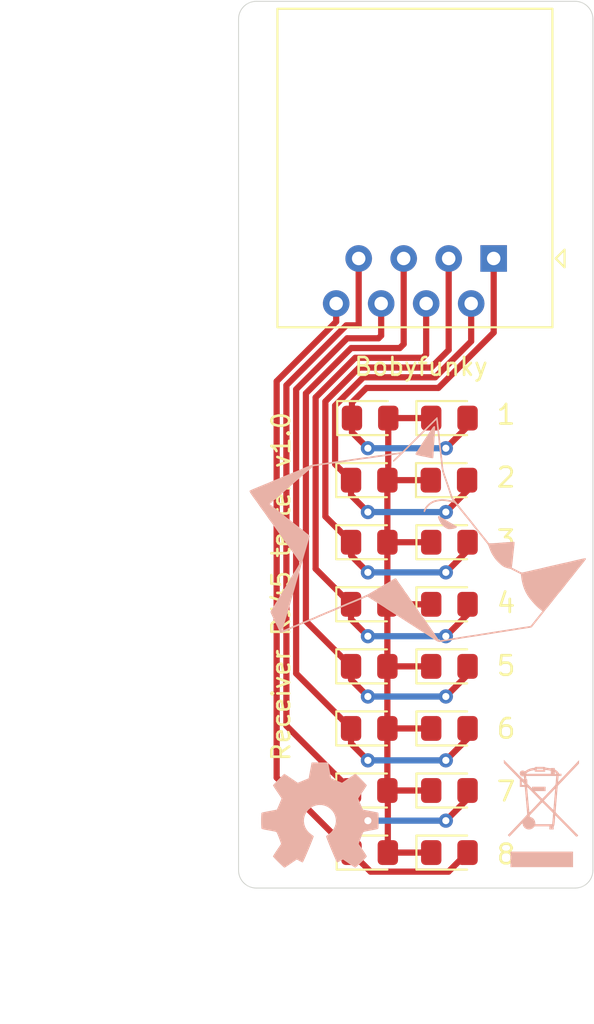
<source format=kicad_pcb>
(kicad_pcb (version 20171130) (host pcbnew "(5.1.6)-1")

  (general
    (thickness 1.6)
    (drawings 13)
    (tracks 113)
    (zones 0)
    (modules 20)
    (nets 10)
  )

  (page A4)
  (title_block
    (title "Receiver RJ45 tester")
    (date 2020-09-14)
    (rev 1.0)
    (company Beeware)
  )

  (layers
    (0 F.Cu signal)
    (31 B.Cu signal)
    (32 B.Adhes user hide)
    (33 F.Adhes user hide)
    (34 B.Paste user hide)
    (35 F.Paste user hide)
    (36 B.SilkS user)
    (37 F.SilkS user)
    (38 B.Mask user hide)
    (39 F.Mask user hide)
    (40 Dwgs.User user)
    (41 Cmts.User user hide)
    (42 Eco1.User user)
    (43 Eco2.User user)
    (44 Edge.Cuts user)
    (45 Margin user hide)
    (46 B.CrtYd user hide)
    (47 F.CrtYd user hide)
    (48 B.Fab user hide)
    (49 F.Fab user hide)
  )

  (setup
    (last_trace_width 0.35)
    (trace_clearance 0.2)
    (zone_clearance 0.508)
    (zone_45_only no)
    (trace_min 0.2)
    (via_size 0.8)
    (via_drill 0.4)
    (via_min_size 0.4)
    (via_min_drill 0.3)
    (uvia_size 0.3)
    (uvia_drill 0.1)
    (uvias_allowed no)
    (uvia_min_size 0.2)
    (uvia_min_drill 0.1)
    (edge_width 0.05)
    (segment_width 0.2)
    (pcb_text_width 0.3)
    (pcb_text_size 1.5 1.5)
    (mod_edge_width 0.12)
    (mod_text_size 1 1)
    (mod_text_width 0.15)
    (pad_size 1.524 1.524)
    (pad_drill 0.762)
    (pad_to_mask_clearance 0.05)
    (aux_axis_origin 0 0)
    (visible_elements 7FFFFFFF)
    (pcbplotparams
      (layerselection 0x010f0_ffffffff)
      (usegerberextensions false)
      (usegerberattributes true)
      (usegerberadvancedattributes true)
      (creategerberjobfile true)
      (excludeedgelayer true)
      (linewidth 0.100000)
      (plotframeref false)
      (viasonmask false)
      (mode 1)
      (useauxorigin false)
      (hpglpennumber 1)
      (hpglpenspeed 20)
      (hpglpendiameter 15.000000)
      (psnegative false)
      (psa4output false)
      (plotreference true)
      (plotvalue true)
      (plotinvisibletext false)
      (padsonsilk false)
      (subtractmaskfromsilk false)
      (outputformat 1)
      (mirror false)
      (drillshape 0)
      (scaleselection 1)
      (outputdirectory ""))
  )

  (net 0 "")
  (net 1 "Net-(D1-Pad2)")
  (net 2 "Net-(D1-Pad1)")
  (net 3 "Net-(D3-Pad2)")
  (net 4 "Net-(D5-Pad2)")
  (net 5 "Net-(D7-Pad2)")
  (net 6 "Net-(D10-Pad1)")
  (net 7 "Net-(D11-Pad2)")
  (net 8 "Net-(D13-Pad2)")
  (net 9 "Net-(D15-Pad2)")

  (net_class Default "This is the default net class."
    (clearance 0.2)
    (trace_width 0.35)
    (via_dia 0.8)
    (via_drill 0.4)
    (uvia_dia 0.3)
    (uvia_drill 0.1)
    (add_net "Net-(D1-Pad1)")
    (add_net "Net-(D1-Pad2)")
    (add_net "Net-(D10-Pad1)")
    (add_net "Net-(D11-Pad2)")
    (add_net "Net-(D13-Pad2)")
    (add_net "Net-(D15-Pad2)")
    (add_net "Net-(D3-Pad2)")
    (add_net "Net-(D5-Pad2)")
    (add_net "Net-(D7-Pad2)")
  )

  (module Logo:logo_20mm (layer B.Cu) (tedit 0) (tstamp 5F605D98)
    (at 123.6 79.8 180)
    (fp_text reference G*** (at 0 0) (layer B.SilkS) hide
      (effects (font (size 1.524 1.524) (thickness 0.3)) (justify mirror))
    )
    (fp_text value LOGO (at 0.75 0) (layer B.SilkS) hide
      (effects (font (size 1.524 1.524) (thickness 0.3)) (justify mirror))
    )
    (fp_poly (pts (xy -1.087914 6.337425) (xy -1.058561 6.310526) (xy -1.012917 6.267208) (xy -0.952246 6.208711)
      (xy -0.877809 6.136273) (xy -0.79087 6.051135) (xy -0.692692 5.954535) (xy -0.584536 5.847712)
      (xy -0.467665 5.731905) (xy -0.343343 5.608355) (xy -0.212831 5.478298) (xy -0.09648 5.362069)
      (xy 0.888043 4.377471) (xy 0.960688 4.368587) (xy 1.015575 4.361464) (xy 1.07959 4.352576)
      (xy 1.12 4.346666) (xy 1.16145 4.340672) (xy 1.223231 4.332048) (xy 1.299234 4.321632)
      (xy 1.383347 4.310262) (xy 1.46 4.30003) (xy 1.54813 4.288055) (xy 1.635401 4.275688)
      (xy 1.71515 4.263909) (xy 1.780714 4.253699) (xy 1.82 4.247043) (xy 1.875934 4.237805)
      (xy 1.948842 4.227082) (xy 2.029178 4.216218) (xy 2.105608 4.206768) (xy 2.186003 4.196948)
      (xy 2.270233 4.185931) (xy 2.34796 4.17511) (xy 2.405608 4.166399) (xy 2.503384 4.150713)
      (xy 2.58048 4.138505) (xy 2.642529 4.12895) (xy 2.695167 4.121225) (xy 2.744031 4.114505)
      (xy 2.794755 4.107965) (xy 2.852976 4.100782) (xy 2.86 4.099927) (xy 2.940232 4.089881)
      (xy 3.027615 4.078483) (xy 3.109433 4.067411) (xy 3.153333 4.061222) (xy 3.200298 4.054445)
      (xy 3.269112 4.044516) (xy 3.355231 4.03209) (xy 3.45411 4.017824) (xy 3.561205 4.002371)
      (xy 3.671973 3.98639) (xy 3.713208 3.98044) (xy 3.817816 3.965282) (xy 3.914782 3.951105)
      (xy 4.000733 3.938414) (xy 4.072294 3.927711) (xy 4.126091 3.919499) (xy 4.15875 3.914282)
      (xy 4.166541 3.912857) (xy 4.189679 3.908951) (xy 4.233172 3.90272) (xy 4.290895 3.895006)
      (xy 4.356725 3.886651) (xy 4.36 3.886247) (xy 4.446219 3.875212) (xy 4.544328 3.862042)
      (xy 4.639868 3.848702) (xy 4.693333 3.840933) (xy 4.758426 3.831432) (xy 4.842908 3.819345)
      (xy 4.939742 3.805664) (xy 5.041891 3.791383) (xy 5.142319 3.777495) (xy 5.16 3.775068)
      (xy 5.251192 3.762403) (xy 5.337767 3.750075) (xy 5.414757 3.738815) (xy 5.477191 3.729354)
      (xy 5.520101 3.722422) (xy 5.530462 3.720564) (xy 5.570661 3.713935) (xy 5.629785 3.705454)
      (xy 5.700246 3.696155) (xy 5.774458 3.687076) (xy 5.783359 3.686038) (xy 5.869922 3.674862)
      (xy 5.937897 3.662949) (xy 5.995339 3.648461) (xy 6.050303 3.629556) (xy 6.076386 3.619114)
      (xy 6.127119 3.598711) (xy 6.168957 3.58299) (xy 6.195492 3.574312) (xy 6.200668 3.573334)
      (xy 6.209291 3.571461) (xy 6.226801 3.56517) (xy 6.25552 3.553454) (xy 6.29777 3.535307)
      (xy 6.355873 3.509721) (xy 6.432151 3.475689) (xy 6.528927 3.432205) (xy 6.6 3.400165)
      (xy 6.65057 3.378018) (xy 6.719197 3.348909) (xy 6.799129 3.315655) (xy 6.883614 3.281069)
      (xy 6.946666 3.255645) (xy 7.058065 3.211041) (xy 7.147899 3.175013) (xy 7.21937 3.146255)
      (xy 7.275681 3.123461) (xy 7.320036 3.105326) (xy 7.355637 3.090545) (xy 7.385688 3.077811)
      (xy 7.413392 3.065819) (xy 7.426666 3.06) (xy 7.480124 3.036979) (xy 7.542537 3.010784)
      (xy 7.586666 2.992672) (xy 7.646568 2.968428) (xy 7.714764 2.940839) (xy 7.766666 2.91985)
      (xy 7.879221 2.873794) (xy 8.002469 2.822438) (xy 8.124313 2.770861) (xy 8.226666 2.726753)
      (xy 8.279796 2.703998) (xy 8.350046 2.674489) (xy 8.429789 2.641399) (xy 8.511397 2.607905)
      (xy 8.546666 2.593558) (xy 8.627356 2.560766) (xy 8.710349 2.526904) (xy 8.787773 2.495195)
      (xy 8.851756 2.468858) (xy 8.873333 2.459921) (xy 8.942164 2.431419) (xy 9.017579 2.400328)
      (xy 9.085714 2.372359) (xy 9.1 2.366519) (xy 9.195501 2.327058) (xy 9.284844 2.289267)
      (xy 9.36291 2.255359) (xy 9.42458 2.227544) (xy 9.453333 2.213838) (xy 9.466605 2.203777)
      (xy 9.472963 2.188729) (xy 9.47143 2.167051) (xy 9.461031 2.1371) (xy 9.440789 2.097231)
      (xy 9.409726 2.045803) (xy 9.366868 1.981172) (xy 9.311236 1.901695) (xy 9.241856 1.805729)
      (xy 9.157749 1.69163) (xy 9.084746 1.593608) (xy 9.045178 1.539646) (xy 9.007357 1.48635)
      (xy 8.97704 1.441901) (xy 8.966342 1.425308) (xy 8.93989 1.385046) (xy 8.901026 1.328802)
      (xy 8.85351 1.261804) (xy 8.801096 1.189275) (xy 8.747543 1.116442) (xy 8.696609 1.048529)
      (xy 8.676632 1.022381) (xy 8.646407 0.981703) (xy 8.605838 0.925152) (xy 8.559383 0.859042)
      (xy 8.5115 0.78968) (xy 8.491292 0.76) (xy 8.441872 0.688124) (xy 8.389594 0.613871)
      (xy 8.339704 0.544581) (xy 8.297448 0.487597) (xy 8.285362 0.471828) (xy 8.25018 0.425245)
      (xy 8.204206 0.362534) (xy 8.151687 0.289586) (xy 8.096868 0.212295) (xy 8.049957 0.145161)
      (xy 7.993637 0.064368) (xy 7.933118 -0.021673) (xy 7.873532 -0.105715) (xy 7.820009 -0.180514)
      (xy 7.786586 -0.226666) (xy 7.735949 -0.296724) (xy 7.681455 -0.373244) (xy 7.629744 -0.446844)
      (xy 7.588458 -0.506666) (xy 7.547288 -0.56586) (xy 7.504927 -0.624599) (xy 7.4673 -0.674769)
      (xy 7.447316 -0.7) (xy 7.413751 -0.742313) (xy 7.383615 -0.782972) (xy 7.367609 -0.806666)
      (xy 7.351701 -0.830318) (xy 7.32301 -0.871002) (xy 7.284668 -0.924356) (xy 7.239808 -0.986015)
      (xy 7.200142 -1.04) (xy 7.14365 -1.117145) (xy 7.082967 -1.201032) (xy 7.023874 -1.283605)
      (xy 6.972153 -1.356807) (xy 6.951356 -1.386666) (xy 6.90768 -1.449484) (xy 6.86461 -1.510891)
      (xy 6.826786 -1.564308) (xy 6.798846 -1.603154) (xy 6.796273 -1.606666) (xy 6.761483 -1.655075)
      (xy 6.724999 -1.707603) (xy 6.690074 -1.759337) (xy 6.659963 -1.805365) (xy 6.63792 -1.840775)
      (xy 6.627198 -1.860655) (xy 6.626666 -1.862699) (xy 6.634606 -1.878318) (xy 6.646282 -1.892908)
      (xy 6.660597 -1.913301) (xy 6.683784 -1.951278) (xy 6.712271 -2.00084) (xy 6.734218 -2.040625)
      (xy 6.767019 -2.098668) (xy 6.809792 -2.1708) (xy 6.857654 -2.248965) (xy 6.905722 -2.325104)
      (xy 6.919661 -2.346666) (xy 6.965277 -2.417582) (xy 7.010911 -2.489941) (xy 7.052198 -2.556732)
      (xy 7.084776 -2.610941) (xy 7.093897 -2.626666) (xy 7.11719 -2.666787) (xy 7.151541 -2.72508)
      (xy 7.194195 -2.796909) (xy 7.242394 -2.877638) (xy 7.293379 -2.962632) (xy 7.323911 -3.013333)
      (xy 7.378619 -3.104099) (xy 7.435362 -3.198348) (xy 7.49057 -3.290144) (xy 7.540676 -3.373554)
      (xy 7.582114 -3.442645) (xy 7.596493 -3.466666) (xy 7.637954 -3.535359) (xy 7.680282 -3.604411)
      (xy 7.718917 -3.666448) (xy 7.7493 -3.714097) (xy 7.753161 -3.72) (xy 7.784552 -3.769326)
      (xy 7.823167 -3.832323) (xy 7.86318 -3.899405) (xy 7.886803 -3.94) (xy 7.921864 -4.00048)
      (xy 7.956325 -4.059058) (xy 7.985591 -4.107966) (xy 8.00118 -4.133333) (xy 8.030808 -4.182425)
      (xy 8.062276 -4.237453) (xy 8.074605 -4.26) (xy 8.099215 -4.303614) (xy 8.132173 -4.358955)
      (xy 8.167167 -4.415473) (xy 8.174287 -4.426666) (xy 8.218521 -4.495998) (xy 8.250285 -4.546462)
      (xy 8.27161 -4.581571) (xy 8.284522 -4.604839) (xy 8.291051 -4.61978) (xy 8.293225 -4.629908)
      (xy 8.293333 -4.632873) (xy 8.289511 -4.649256) (xy 8.277596 -4.680664) (xy 8.256909 -4.728583)
      (xy 8.226774 -4.794497) (xy 8.186513 -4.87989) (xy 8.13545 -4.986247) (xy 8.080242 -5.1)
      (xy 8.038844 -5.185262) (xy 7.996314 -5.273344) (xy 7.955987 -5.357305) (xy 7.9212 -5.430203)
      (xy 7.898331 -5.478593) (xy 7.85232 -5.576369) (xy 7.815904 -5.652569) (xy 7.787526 -5.709838)
      (xy 7.765626 -5.750824) (xy 7.748647 -5.778173) (xy 7.735029 -5.794529) (xy 7.723216 -5.80254)
      (xy 7.711649 -5.804852) (xy 7.70626 -5.804747) (xy 7.672144 -5.797851) (xy 7.618566 -5.78094)
      (xy 7.550038 -5.755676) (xy 7.471072 -5.723723) (xy 7.386666 -5.686961) (xy 7.2757 -5.637057)
      (xy 7.184998 -5.596576) (xy 7.11059 -5.563818) (xy 7.048506 -5.537082) (xy 6.994774 -5.514664)
      (xy 6.945424 -5.494865) (xy 6.896487 -5.475982) (xy 6.878684 -5.469261) (xy 6.810641 -5.442593)
      (xy 6.741143 -5.413526) (xy 6.680486 -5.386445) (xy 6.653333 -5.373334) (xy 6.593198 -5.345045)
      (xy 6.526442 -5.31676) (xy 6.48 -5.299121) (xy 6.432941 -5.281613) (xy 6.369899 -5.256784)
      (xy 6.299314 -5.228014) (xy 6.233333 -5.200274) (xy 6.15277 -5.166177) (xy 6.060311 -5.127612)
      (xy 5.968851 -5.089932) (xy 5.908346 -5.065344) (xy 5.841229 -5.037843) (xy 5.777947 -5.011104)
      (xy 5.725314 -4.988058) (xy 5.690146 -4.971636) (xy 5.688346 -4.970724) (xy 5.655045 -4.95487)
      (xy 5.60377 -4.931855) (xy 5.541221 -4.904632) (xy 5.474101 -4.876155) (xy 5.466666 -4.873047)
      (xy 5.394561 -4.842761) (xy 5.321489 -4.811733) (xy 5.255992 -4.783607) (xy 5.206666 -4.762055)
      (xy 5.158584 -4.741299) (xy 5.093642 -4.71409) (xy 5.0198 -4.683725) (xy 4.945018 -4.6535)
      (xy 4.933333 -4.648832) (xy 4.848921 -4.614583) (xy 4.754381 -4.575285) (xy 4.661615 -4.535932)
      (xy 4.586666 -4.503353) (xy 4.50415 -4.467241) (xy 4.410134 -4.426686) (xy 4.317443 -4.387194)
      (xy 4.253333 -4.360261) (xy 4.182121 -4.33046) (xy 4.110809 -4.300356) (xy 4.047593 -4.273423)
      (xy 4.00067 -4.253139) (xy 4 -4.252844) (xy 3.938512 -4.226344) (xy 3.870485 -4.19773)
      (xy 3.826666 -4.179717) (xy 3.704485 -4.13013) (xy 3.597962 -4.086627) (xy 3.501456 -4.046838)
      (xy 3.409325 -4.008391) (xy 3.315927 -3.968916) (xy 3.215621 -3.926042) (xy 3.102765 -3.877397)
      (xy 2.971717 -3.820611) (xy 2.957258 -3.814334) (xy 2.82785 -3.758148) (xy 2.710591 -3.833253)
      (xy 2.652485 -3.870351) (xy 2.580886 -3.915887) (xy 2.504872 -3.964094) (xy 2.433523 -4.009208)
      (xy 2.433333 -4.009327) (xy 2.36613 -4.051867) (xy 2.29823 -4.095073) (xy 2.237136 -4.134158)
      (xy 2.190351 -4.164334) (xy 2.186666 -4.16673) (xy 2.1368 -4.198716) (xy 2.074006 -4.238303)
      (xy 2.008167 -4.279284) (xy 1.973333 -4.300723) (xy 1.915989 -4.33655) (xy 1.86189 -4.371603)
      (xy 1.818321 -4.401099) (xy 1.798063 -4.415822) (xy 1.758887 -4.443793) (xy 1.709446 -4.476092)
      (xy 1.675681 -4.49668) (xy 1.622705 -4.528663) (xy 1.563172 -4.565886) (xy 1.524284 -4.59095)
      (xy 1.48509 -4.616455) (xy 1.429659 -4.652225) (xy 1.364262 -4.694229) (xy 1.295172 -4.738432)
      (xy 1.266666 -4.756617) (xy 1.204374 -4.796462) (xy 1.125265 -4.847289) (xy 1.034868 -4.905531)
      (xy 0.938716 -4.967622) (xy 0.84234 -5.029995) (xy 0.777059 -5.072333) (xy 0.683846 -5.132692)
      (xy 0.586904 -5.195193) (xy 0.491768 -5.256285) (xy 0.403975 -5.312417) (xy 0.329061 -5.360041)
      (xy 0.286847 -5.386666) (xy 0.219391 -5.429237) (xy 0.154591 -5.470563) (xy 0.098227 -5.506928)
      (xy 0.056079 -5.534615) (xy 0.043121 -5.54337) (xy -0.007129 -5.57645) (xy -0.061765 -5.610328)
      (xy -0.083945 -5.62337) (xy -0.115047 -5.642027) (xy -0.163727 -5.672231) (xy -0.225235 -5.710949)
      (xy -0.294818 -5.755152) (xy -0.367724 -5.801808) (xy -0.439203 -5.847886) (xy -0.504503 -5.890356)
      (xy -0.558872 -5.926187) (xy -0.563149 -5.929038) (xy -0.655976 -5.990637) (xy -0.751455 -6.053386)
      (xy -0.844858 -6.114223) (xy -0.931456 -6.170086) (xy -1.00652 -6.217912) (xy -1.065322 -6.25464)
      (xy -1.07644 -6.261433) (xy -1.133458 -6.292876) (xy -1.18432 -6.311764) (xy -1.237111 -6.319327)
      (xy -1.299916 -6.316796) (xy -1.373334 -6.306636) (xy -1.407984 -6.300827) (xy -1.462404 -6.291526)
      (xy -1.530098 -6.279852) (xy -1.604571 -6.266922) (xy -1.633334 -6.261906) (xy -1.724747 -6.246379)
      (xy -1.827375 -6.22965) (xy -1.928896 -6.213691) (xy -2.016989 -6.200473) (xy -2.02 -6.200038)
      (xy -2.10012 -6.188171) (xy -2.182598 -6.175435) (xy -2.258042 -6.163313) (xy -2.317056 -6.153283)
      (xy -2.32 -6.152756) (xy -2.383938 -6.141514) (xy -2.454037 -6.129691) (xy -2.534788 -6.116561)
      (xy -2.630681 -6.101402) (xy -2.746208 -6.083489) (xy -2.813334 -6.073181) (xy -2.869943 -6.064529)
      (xy -2.925471 -6.056089) (xy -2.984233 -6.047214) (xy -3.050545 -6.037256) (xy -3.128721 -6.025567)
      (xy -3.223075 -6.011501) (xy -3.337923 -5.99441) (xy -3.385641 -5.987314) (xy -3.454301 -5.976859)
      (xy -3.513267 -5.967412) (xy -3.557649 -5.959794) (xy -3.582556 -5.954825) (xy -3.586018 -5.953734)
      (xy -3.602099 -5.949865) (xy -3.637995 -5.943864) (xy -3.687049 -5.936806) (xy -3.707044 -5.934163)
      (xy -3.76955 -5.925501) (xy -3.846635 -5.913958) (xy -3.926619 -5.901313) (xy -3.973334 -5.893567)
      (xy -4.181843 -5.858699) (xy -4.374733 -5.827541) (xy -4.553334 -5.799791) (xy -4.717217 -5.774583)
      (xy -4.87557 -5.749781) (xy -5.020578 -5.726618) (xy -5.106667 -5.71258) (xy -5.170892 -5.702397)
      (xy -5.249061 -5.690587) (xy -5.328678 -5.679018) (xy -5.366667 -5.673696) (xy -5.433537 -5.664)
      (xy -5.497202 -5.653931) (xy -5.54902 -5.644898) (xy -5.573334 -5.640008) (xy -5.608906 -5.633097)
      (xy -5.663948 -5.623684) (xy -5.731514 -5.612905) (xy -5.804656 -5.601897) (xy -5.82 -5.599673)
      (xy -5.901007 -5.587833) (xy -5.985241 -5.575213) (xy -6.062967 -5.563288) (xy -6.124454 -5.553535)
      (xy -6.126667 -5.553173) (xy -6.195675 -5.542025) (xy -6.26899 -5.53041) (xy -6.332597 -5.520547)
      (xy -6.342142 -5.519096) (xy -6.392153 -5.510784) (xy -6.424953 -5.500955) (xy -6.449726 -5.484288)
      (xy -6.475653 -5.455461) (xy -6.495476 -5.430257) (xy -6.533449 -5.381804) (xy -6.585873 -5.315477)
      (xy -6.650456 -5.234155) (xy -6.724902 -5.140716) (xy -6.806918 -5.038039) (xy -6.894209 -4.929004)
      (xy -6.984483 -4.816488) (xy -6.992517 -4.806486) (xy -7.044426 -4.741505) (xy -7.091966 -4.681309)
      (xy -7.132034 -4.629881) (xy -7.159902 -4.593333) (xy -7.052457 -4.593333) (xy -6.896229 -4.787261)
      (xy -6.833242 -4.865601) (xy -6.763354 -4.952776) (xy -6.693326 -5.040337) (xy -6.629919 -5.119835)
      (xy -6.602806 -5.153928) (xy -6.553394 -5.216106) (xy -6.506717 -5.274778) (xy -6.466647 -5.325081)
      (xy -6.437058 -5.362151) (xy -6.426307 -5.37557) (xy -6.40535 -5.399479) (xy -6.383784 -5.416475)
      (xy -6.355858 -5.428705) (xy -6.31582 -5.438314) (xy -6.257919 -5.447449) (xy -6.22 -5.452572)
      (xy -6.152682 -5.461911) (xy -6.067055 -5.47448) (xy -5.969966 -5.489206) (xy -5.868263 -5.505019)
      (xy -5.768795 -5.520848) (xy -5.678408 -5.535621) (xy -5.60395 -5.548268) (xy -5.573334 -5.553733)
      (xy -5.506187 -5.565383) (xy -5.426713 -5.578202) (xy -5.34903 -5.589935) (xy -5.326667 -5.593118)
      (xy -5.249939 -5.604191) (xy -5.16433 -5.617101) (xy -5.085343 -5.629498) (xy -5.066667 -5.632534)
      (xy -4.855004 -5.666683) (xy -4.622794 -5.703008) (xy -4.513334 -5.719791) (xy -4.325564 -5.748995)
      (xy -4.132158 -5.780294) (xy -3.933334 -5.813567) (xy -3.857533 -5.825991) (xy -3.777259 -5.838437)
      (xy -3.70419 -5.849124) (xy -3.667044 -5.854163) (xy -3.614829 -5.861338) (xy -3.573329 -5.867852)
      (xy -3.549199 -5.872629) (xy -3.546018 -5.873734) (xy -3.530621 -5.877365) (xy -3.49372 -5.883984)
      (xy -3.440208 -5.892772) (xy -3.374975 -5.902909) (xy -3.345641 -5.907314) (xy -3.222265 -5.925667)
      (xy -3.120953 -5.940759) (xy -3.03739 -5.953237) (xy -2.967261 -5.96375) (xy -2.906251 -5.972944)
      (xy -2.850046 -5.981468) (xy -2.794329 -5.989968) (xy -2.773334 -5.993181) (xy -2.646204 -6.012758)
      (xy -2.540971 -6.029216) (xy -2.453145 -6.043278) (xy -2.378236 -6.05567) (xy -2.311753 -6.067115)
      (xy -2.28 -6.072756) (xy -2.222333 -6.082605) (xy -2.147645 -6.09464) (xy -2.065333 -6.10738)
      (xy -1.984788 -6.119346) (xy -1.98 -6.120038) (xy -1.892685 -6.133108) (xy -1.791459 -6.148997)
      (xy -1.688642 -6.165732) (xy -1.596557 -6.181344) (xy -1.593334 -6.181906) (xy -1.491947 -6.19956)
      (xy -1.413387 -6.213094) (xy -1.354224 -6.223062) (xy -1.311031 -6.230021) (xy -1.28038 -6.234527)
      (xy -1.258843 -6.237136) (xy -1.246051 -6.238218) (xy -1.227274 -6.232095) (xy -1.203252 -6.209569)
      (xy -1.17125 -6.167745) (xy -1.150052 -6.136666) (xy -1.122017 -6.0946) (xy -1.097238 -6.057738)
      (xy -1.072943 -6.022093) (xy -1.046357 -5.983678) (xy -1.014707 -5.938505) (xy -0.975219 -5.882587)
      (xy -0.925119 -5.811936) (xy -0.878759 -5.746666) (xy -0.834471 -5.683808) (xy -0.794624 -5.626275)
      (xy -0.762273 -5.578554) (xy -0.740477 -5.545132) (xy -0.733483 -5.533333) (xy -0.715198 -5.50428)
      (xy -0.686956 -5.465552) (xy -0.666685 -5.44) (xy -0.634629 -5.398089) (xy -0.596865 -5.344375)
      (xy -0.561227 -5.290024) (xy -0.559128 -5.286666) (xy -0.530055 -5.242127) (xy -0.489499 -5.182883)
      (xy -0.442054 -5.115506) (xy -0.39231 -5.046568) (xy -0.372777 -5.02) (xy -0.271453 -4.881937)
      (xy -0.182232 -4.757832) (xy -0.100405 -4.640941) (xy -0.021263 -4.524522) (xy 0.059902 -4.401833)
      (xy 0.074154 -4.38) (xy 0.127525 -4.299668) (xy 0.187047 -4.212656) (xy 0.246815 -4.127441)
      (xy 0.300924 -4.0525) (xy 0.32183 -4.024418) (xy 0.371673 -3.956969) (xy 0.42287 -3.885357)
      (xy 0.4697 -3.817721) (xy 0.50644 -3.762204) (xy 0.509263 -3.757751) (xy 0.551345 -3.693955)
      (xy 0.600202 -3.624224) (xy 0.646751 -3.561439) (xy 0.656652 -3.548732) (xy 0.693758 -3.500145)
      (xy 0.726633 -3.454279) (xy 0.750012 -3.418584) (xy 0.755573 -3.408732) (xy 0.771905 -3.381293)
      (xy 0.799991 -3.338439) (xy 0.835769 -3.286227) (xy 0.871927 -3.235218) (xy 0.916052 -3.174007)
      (xy 0.961294 -3.111266) (xy 1.001602 -3.055384) (xy 1.025268 -3.022587) (xy 1.060193 -2.973224)
      (xy 1.094205 -2.923544) (xy 1.118602 -2.886381) (xy 1.147671 -2.840464) (xy 1.177376 -2.793745)
      (xy 1.18465 -2.782346) (xy 1.208009 -2.752238) (xy 1.229404 -2.734952) (xy 1.23538 -2.733333)
      (xy 1.255388 -2.740188) (xy 1.294225 -2.759369) (xy 1.348277 -2.788794) (xy 1.413931 -2.826384)
      (xy 1.487573 -2.870059) (xy 1.565591 -2.91774) (xy 1.644371 -2.967346) (xy 1.665281 -2.980786)
      (xy 1.70749 -3.006765) (xy 1.762859 -3.039133) (xy 1.820968 -3.071826) (xy 1.834221 -3.079078)
      (xy 1.887279 -3.108826) (xy 1.936056 -3.137748) (xy 1.972254 -3.160874) (xy 1.98 -3.166368)
      (xy 2.017227 -3.190965) (xy 2.063236 -3.217377) (xy 2.08 -3.226066) (xy 2.125407 -3.250359)
      (xy 2.17881 -3.281246) (xy 2.213333 -3.302426) (xy 2.251049 -3.325616) (xy 2.305765 -3.358349)
      (xy 2.371307 -3.396974) (xy 2.441501 -3.43784) (xy 2.473333 -3.456201) (xy 2.543786 -3.496811)
      (xy 2.612636 -3.536679) (xy 2.673645 -3.572178) (xy 2.720574 -3.599686) (xy 2.735505 -3.608531)
      (xy 2.7788 -3.631877) (xy 2.84468 -3.664007) (xy 2.93091 -3.703953) (xy 3.035255 -3.750744)
      (xy 3.155481 -3.80341) (xy 3.289354 -3.860983) (xy 3.434639 -3.922493) (xy 3.589102 -3.98697)
      (xy 3.750508 -4.053444) (xy 3.913333 -4.119618) (xy 3.963374 -4.140164) (xy 4.029051 -4.167614)
      (xy 4.101533 -4.198255) (xy 4.166666 -4.226088) (xy 4.237619 -4.25643) (xy 4.309892 -4.28706)
      (xy 4.374652 -4.314249) (xy 4.42 -4.333018) (xy 4.472706 -4.355098) (xy 4.539537 -4.38387)
      (xy 4.610364 -4.414943) (xy 4.653333 -4.434111) (xy 4.721485 -4.464041) (xy 4.804163 -4.499268)
      (xy 4.891033 -4.535441) (xy 4.971759 -4.568209) (xy 4.973333 -4.568837) (xy 5.047517 -4.598726)
      (xy 5.122053 -4.629292) (xy 5.188981 -4.657236) (xy 5.240341 -4.679263) (xy 5.246666 -4.682055)
      (xy 5.296079 -4.703644) (xy 5.361593 -4.731777) (xy 5.43467 -4.762808) (xy 5.506666 -4.793047)
      (xy 5.573881 -4.821482) (xy 5.637266 -4.848989) (xy 5.690122 -4.872616) (xy 5.725747 -4.889411)
      (xy 5.728346 -4.890724) (xy 5.761875 -4.90651) (xy 5.813398 -4.929147) (xy 5.876098 -4.955705)
      (xy 5.943162 -4.983252) (xy 5.948346 -4.985344) (xy 6.030517 -5.018812) (xy 6.123416 -5.057205)
      (xy 6.214149 -5.095169) (xy 6.273333 -5.120274) (xy 6.343291 -5.149659) (xy 6.413678 -5.178298)
      (xy 6.476053 -5.20281) (xy 6.52 -5.219121) (xy 6.580134 -5.242326) (xy 6.646891 -5.271205)
      (xy 6.693333 -5.293334) (xy 6.744104 -5.317242) (xy 6.809709 -5.345686) (xy 6.879852 -5.374283)
      (xy 6.918684 -5.389261) (xy 6.968776 -5.408372) (xy 7.018129 -5.427918) (xy 7.070634 -5.44957)
      (xy 7.130177 -5.474998) (xy 7.200646 -5.505873) (xy 7.285929 -5.543866) (xy 7.389915 -5.590647)
      (xy 7.44 -5.613272) (xy 7.517078 -5.646816) (xy 7.572488 -5.667788) (xy 7.607823 -5.676657)
      (xy 7.624674 -5.673895) (xy 7.626666 -5.668392) (xy 7.622951 -5.648889) (xy 7.61325 -5.612239)
      (xy 7.600847 -5.570279) (xy 7.584752 -5.517388) (xy 7.563018 -5.444864) (xy 7.537413 -5.358693)
      (xy 7.509705 -5.264859) (xy 7.481663 -5.169348) (xy 7.455054 -5.078144) (xy 7.436285 -5.013333)
      (xy 7.416083 -4.944182) (xy 7.392542 -4.86494) (xy 7.370236 -4.790978) (xy 7.366884 -4.78)
      (xy 7.34559 -4.708543) (xy 7.322817 -4.629183) (xy 7.302952 -4.557252) (xy 7.300127 -4.546666)
      (xy 7.28483 -4.491444) (xy 7.263883 -4.419237) (xy 7.23977 -4.338455) (xy 7.214978 -4.257508)
      (xy 7.208796 -4.23769) (xy 7.182698 -4.151504) (xy 7.155529 -4.056899) (xy 7.130312 -3.964693)
      (xy 7.110072 -3.885704) (xy 7.108137 -3.87769) (xy 7.090643 -3.808419) (xy 7.072447 -3.742699)
      (xy 7.055749 -3.68813) (xy 7.04319 -3.653333) (xy 7.036193 -3.636144) (xy 7.028572 -3.615464)
      (xy 7.019658 -3.589011) (xy 7.008781 -3.554503) (xy 6.995272 -3.509658) (xy 6.97846 -3.452195)
      (xy 6.957675 -3.379833) (xy 6.932249 -3.290288) (xy 6.901511 -3.18128) (xy 6.864792 -3.050527)
      (xy 6.833815 -2.94) (xy 6.651165 -2.299255) (xy 6.620168 -2.193333) (xy 6.706666 -2.193333)
      (xy 6.713333 -2.2) (xy 6.72 -2.193333) (xy 6.713333 -2.186666) (xy 6.706666 -2.193333)
      (xy 6.620168 -2.193333) (xy 6.553834 -1.966666) (xy 6.527528 -1.876931) (xy 6.500308 -1.782924)
      (xy 6.474508 -1.692784) (xy 6.452461 -1.614646) (xy 6.441026 -1.573333) (xy 6.418246 -1.491928)
      (xy 6.39154 -1.399389) (xy 6.36506 -1.309994) (xy 6.351888 -1.266666) (xy 6.327785 -1.187623)
      (xy 6.304432 -1.109242) (xy 6.280202 -1.025887) (xy 6.253472 -0.931923) (xy 6.222614 -0.821713)
      (xy 6.19809 -0.733333) (xy 6.170291 -0.63334) (xy 6.148456 -0.555924) (xy 6.131654 -0.497904)
      (xy 6.118953 -0.456097) (xy 6.109422 -0.42732) (xy 6.10525 -0.416039) (xy 6.094024 -0.378773)
      (xy 6.095196 -0.348288) (xy 6.111513 -0.319267) (xy 6.145723 -0.286398) (xy 6.19 -0.252146)
      (xy 6.242924 -0.211776) (xy 6.296021 -0.169278) (xy 6.339428 -0.132587) (xy 6.346666 -0.12611)
      (xy 6.381962 -0.095675) (xy 6.431595 -0.055008) (xy 6.488517 -0.009804) (xy 6.536846 0.027536)
      (xy 6.740101 0.183323) (xy 6.953371 0.3488) (xy 7.180814 0.5272) (xy 7.282561 0.607547)
      (xy 7.3659 0.673341) (xy 7.451594 0.740749) (xy 7.53454 0.805776) (xy 7.609633 0.864423)
      (xy 7.67177 0.912692) (xy 7.698693 0.933461) (xy 7.760436 0.981721) (xy 7.822171 1.031381)
      (xy 7.876879 1.076711) (xy 7.917539 1.111981) (xy 7.918693 1.113028) (xy 7.956042 1.145103)
      (xy 8.009094 1.188152) (xy 8.071954 1.237509) (xy 8.138726 1.288509) (xy 8.17 1.31188)
      (xy 8.228991 1.356267) (xy 8.279624 1.395604) (xy 8.31833 1.427019) (xy 8.341544 1.44764)
      (xy 8.346666 1.454126) (xy 8.336601 1.467513) (xy 8.310832 1.489515) (xy 8.289999 1.504796)
      (xy 8.246395 1.538684) (xy 8.19995 1.580029) (xy 8.18 1.599795) (xy 8.137101 1.640582)
      (xy 8.086642 1.683161) (xy 8.06 1.703456) (xy 8.01905 1.735154) (xy 7.967944 1.777787)
      (xy 7.915702 1.823756) (xy 7.898958 1.839098) (xy 7.804143 1.92518) (xy 7.708741 2.007579)
      (xy 7.603711 2.094025) (xy 7.558275 2.130437) (xy 7.512715 2.167614) (xy 7.473523 2.201212)
      (xy 7.446656 2.226057) (xy 7.44 2.233213) (xy 7.426112 2.2467) (xy 7.394292 2.275629)
      (xy 7.346799 2.318026) (xy 7.28589 2.371913) (xy 7.213825 2.435314) (xy 7.132863 2.506254)
      (xy 7.045262 2.582756) (xy 6.953281 2.662844) (xy 6.85918 2.744543) (xy 6.765216 2.825876)
      (xy 6.67365 2.904867) (xy 6.593977 2.973334) (xy 6.547593 3.013113) (xy 6.489345 3.063074)
      (xy 6.427608 3.116033) (xy 6.38423 3.153245) (xy 6.330188 3.199858) (xy 6.263013 3.258174)
      (xy 6.189549 3.322234) (xy 6.116639 3.386074) (xy 6.080202 3.418099) (xy 6.020574 3.469861)
      (xy 5.966214 3.515692) (xy 5.920894 3.552517) (xy 5.88839 3.57726) (xy 5.873535 3.586542)
      (xy 5.847395 3.59273) (xy 5.803694 3.599511) (xy 5.751464 3.605505) (xy 5.746666 3.605957)
      (xy 5.683965 3.612871) (xy 5.609505 3.622706) (xy 5.537746 3.633529) (xy 5.526666 3.63536)
      (xy 5.476534 3.64336) (xy 5.406078 3.65402) (xy 5.321402 3.666447) (xy 5.22861 3.679748)
      (xy 5.133806 3.69303) (xy 5.113333 3.695854) (xy 5.014725 3.709504) (xy 4.912863 3.72376)
      (xy 4.814954 3.737604) (xy 4.728206 3.750015) (xy 4.659827 3.759973) (xy 4.653333 3.760935)
      (xy 4.567113 3.773341) (xy 4.469004 3.786844) (xy 4.373464 3.79948) (xy 4.32 3.806247)
      (xy 4.253933 3.814611) (xy 4.195679 3.822376) (xy 4.151359 3.828698) (xy 4.127098 3.832735)
      (xy 4.126541 3.832857) (xy 4.107164 3.836182) (xy 4.064764 3.842783) (xy 4.002715 3.852155)
      (xy 3.92439 3.863797) (xy 3.833163 3.877206) (xy 3.73241 3.891878) (xy 3.673208 3.90044)
      (xy 3.562234 3.916452) (xy 3.453241 3.932178) (xy 3.350774 3.946962) (xy 3.259376 3.960149)
      (xy 3.183593 3.971084) (xy 3.127967 3.979111) (xy 3.113333 3.981222) (xy 3.041859 3.991194)
      (xy 2.956613 4.002574) (xy 2.87031 4.013684) (xy 2.82 4.019927) (xy 2.760624 4.02723)
      (xy 2.709357 4.0338) (xy 2.660564 4.04046) (xy 2.60861 4.048036) (xy 2.547857 4.057352)
      (xy 2.472672 4.069231) (xy 2.377418 4.084499) (xy 2.365608 4.086399) (xy 2.303316 4.095779)
      (xy 2.224853 4.106655) (xy 2.140557 4.117636) (xy 2.065608 4.126768) (xy 1.987222 4.136472)
      (xy 1.906953 4.147352) (xy 1.834344 4.15806) (xy 1.78 4.167056) (xy 1.720252 4.177172)
      (xy 1.640449 4.189604) (xy 1.547007 4.203436) (xy 1.446341 4.217755) (xy 1.344866 4.231645)
      (xy 1.248998 4.244193) (xy 1.173333 4.253521) (xy 1.117278 4.260698) (xy 1.065458 4.268249)
      (xy 1.028863 4.274571) (xy 1.028189 4.27471) (xy 1.01238 4.276874) (xy 1.006621 4.273408)
      (xy 1.012833 4.261913) (xy 1.032939 4.239995) (xy 1.068863 4.205255) (xy 1.122526 4.155297)
      (xy 1.128189 4.150068) (xy 1.209964 4.074008) (xy 1.273526 4.013418) (xy 1.320764 3.966248)
      (xy 1.353565 3.930444) (xy 1.37382 3.903955) (xy 1.383416 3.88473) (xy 1.384452 3.871686)
      (xy 1.381602 3.860114) (xy 1.377336 3.851313) (xy 1.370756 3.846112) (xy 1.360963 3.845341)
      (xy 1.347057 3.849828) (xy 1.328141 3.860404) (xy 1.303315 3.877898) (xy 1.271681 3.903139)
      (xy 1.232339 3.936956) (xy 1.184391 3.98018) (xy 1.126938 4.03364) (xy 1.059082 4.098165)
      (xy 0.979923 4.174584) (xy 0.888562 4.263727) (xy 0.784102 4.366424) (xy 0.665642 4.483504)
      (xy 0.532284 4.615796) (xy 0.38313 4.76413) (xy 0.217281 4.929335) (xy 0.033837 5.112241)
      (xy -0.044406 5.190283) (xy -0.180981 5.326459) (xy -0.312193 5.45717) (xy -0.436816 5.581204)
      (xy -0.553628 5.697348) (xy -0.661405 5.80439) (xy -0.758924 5.901117) (xy -0.844961 5.986316)
      (xy -0.918292 6.058774) (xy -0.977695 6.11728) (xy -1.021946 6.160621) (xy -1.04982 6.187584)
      (xy -1.060096 6.196956) (xy -1.060122 6.19695) (xy -1.062406 6.183156) (xy -1.066845 6.14736)
      (xy -1.072918 6.09409) (xy -1.080103 6.027878) (xy -1.085126 5.98) (xy -1.093789 5.89781)
      (xy -1.102679 5.81599) (xy -1.110945 5.742213) (xy -1.117734 5.68415) (xy -1.119894 5.666667)
      (xy -1.137366 5.526881) (xy -1.152574 5.401278) (xy -1.165278 5.292023) (xy -1.175237 5.201285)
      (xy -1.18221 5.131229) (xy -1.185957 5.084023) (xy -1.186548 5.066667) (xy -1.187981 5.041546)
      (xy -1.192333 4.993835) (xy -1.199189 4.927401) (xy -1.208132 4.846113) (xy -1.218748 4.753837)
      (xy -1.230622 4.654442) (xy -1.232382 4.64) (xy -1.250576 4.490667) (xy -1.266094 4.36194)
      (xy -1.279593 4.24797) (xy -1.291731 4.142907) (xy -1.303166 4.040901) (xy -1.314554 3.9361)
      (xy -1.326555 3.822655) (xy -1.339825 3.694715) (xy -1.352273 3.573334) (xy -1.364247 3.467717)
      (xy -1.377087 3.381234) (xy -1.392265 3.306358) (xy -1.411248 3.235563) (xy -1.429077 3.18)
      (xy -1.437906 3.154398) (xy -1.453805 3.1087) (xy -1.475008 3.047968) (xy -1.499746 2.977267)
      (xy -1.519818 2.92) (xy -1.616836 2.641154) (xy -1.706038 2.379922) (xy -1.78981 2.129284)
      (xy -1.827234 2.015446) (xy -1.861181 1.914194) (xy -1.889584 1.835533) (xy -1.913744 1.776279)
      (xy -1.934962 1.733251) (xy -1.954537 1.703264) (xy -1.955104 1.702543) (xy -1.978743 1.671109)
      (xy -1.992772 1.64937) (xy -1.994626 1.643514) (xy -1.980722 1.644205) (xy -1.946248 1.649203)
      (xy -1.896791 1.657632) (xy -1.851973 1.665916) (xy -1.710489 1.690925) (xy -1.588266 1.707796)
      (xy -1.479264 1.716822) (xy -1.377445 1.718295) (xy -1.276769 1.712507) (xy -1.171198 1.699751)
      (xy -1.166734 1.699092) (xy -1.035916 1.675106) (xy -0.924394 1.64348) (xy -0.825179 1.601069)
      (xy -0.731283 1.544727) (xy -0.635716 1.471309) (xy -0.60828 1.447766) (xy -0.503374 1.343305)
      (xy -0.424279 1.235793) (xy -0.377711 1.143597) (xy -0.355926 1.081218) (xy -0.349876 1.038737)
      (xy -0.35966 1.014454) (xy -0.385376 1.006668) (xy -0.385618 1.006667) (xy -0.404484 1.010428)
      (xy -0.420392 1.025177) (xy -0.437397 1.056112) (xy -0.453655 1.093904) (xy -0.51619 1.214851)
      (xy -0.59946 1.321108) (xy -0.662839 1.381396) (xy -0.755214 1.454259) (xy -0.846232 1.51121)
      (xy -0.942265 1.554977) (xy -1.049684 1.588284) (xy -1.174861 1.61386) (xy -1.223964 1.621477)
      (xy -1.301636 1.6317) (xy -1.364349 1.636767) (xy -1.423254 1.636947) (xy -1.489501 1.632513)
      (xy -1.527079 1.628835) (xy -1.600724 1.61981) (xy -1.685031 1.607258) (xy -1.773939 1.592311)
      (xy -1.861386 1.576099) (xy -1.941309 1.559752) (xy -2.007648 1.5444) (xy -2.05434 1.531175)
      (xy -2.058408 1.529758) (xy -2.082663 1.516351) (xy -2.113444 1.490399) (xy -2.152374 1.450088)
      (xy -2.201075 1.393602) (xy -2.26117 1.319128) (xy -2.334281 1.22485) (xy -2.35324 1.2)
      (xy -2.396562 1.144073) (xy -2.445262 1.082684) (xy -2.486266 1.032212) (xy -2.519759 0.991418)
      (xy -2.564652 0.936342) (xy -2.615652 0.873499) (xy -2.667464 0.809401) (xy -2.68 0.793848)
      (xy -2.736338 0.724162) (xy -2.798192 0.648059) (xy -2.858369 0.57437) (xy -2.909672 0.511926)
      (xy -2.913334 0.507491) (xy -2.956432 0.454436) (xy -3.010712 0.386269) (xy -3.071308 0.309178)
      (xy -3.133355 0.229349) (xy -3.186667 0.159947) (xy -3.24143 0.08868) (xy -3.294961 0.019929)
      (xy -3.343622 -0.041701) (xy -3.383776 -0.091608) (xy -3.411786 -0.125186) (xy -3.413334 -0.126961)
      (xy -3.458544 -0.180014) (xy -3.516836 -0.250959) (xy -3.588927 -0.340686) (xy -3.675535 -0.450088)
      (xy -3.770722 -0.571534) (xy -3.817548 -0.631107) (xy -3.864057 -0.689586) (xy -3.904982 -0.740394)
      (xy -3.935058 -0.776948) (xy -3.935941 -0.777997) (xy -3.970796 -0.826787) (xy -4.002927 -0.888837)
      (xy -4.035423 -0.970243) (xy -4.040577 -0.984664) (xy -4.088098 -1.111257) (xy -4.136962 -1.226577)
      (xy -4.18496 -1.325743) (xy -4.229881 -1.403878) (xy -4.231693 -1.406666) (xy -4.260993 -1.451383)
      (xy -4.297546 -1.507033) (xy -4.333914 -1.562291) (xy -4.337274 -1.567389) (xy -4.394263 -1.645147)
      (xy -4.465571 -1.729005) (xy -4.546456 -1.814445) (xy -4.632182 -1.896951) (xy -4.718008 -1.972006)
      (xy -4.799196 -2.035094) (xy -4.871007 -2.081698) (xy -4.884631 -2.089061) (xy -4.929193 -2.108951)
      (xy -4.987131 -2.130507) (xy -5.05084 -2.151386) (xy -5.112714 -2.169242) (xy -5.165147 -2.18173)
      (xy -5.200535 -2.186505) (xy -5.200667 -2.186505) (xy -5.236919 -2.190802) (xy -5.262235 -2.201071)
      (xy -5.263744 -2.202409) (xy -5.282189 -2.215107) (xy -5.318287 -2.235822) (xy -5.365674 -2.26098)
      (xy -5.389744 -2.273177) (xy -5.44502 -2.300873) (xy -5.515262 -2.336227) (xy -5.591666 -2.374802)
      (xy -5.665431 -2.412159) (xy -5.669258 -2.4141) (xy -5.838515 -2.5) (xy -5.846266 -2.573333)
      (xy -5.884406 -2.838573) (xy -5.94081 -3.084719) (xy -6.015634 -3.312251) (xy -6.109033 -3.521651)
      (xy -6.210539 -3.697219) (xy -6.292343 -3.814857) (xy -6.38857 -3.939394) (xy -6.494515 -4.065591)
      (xy -6.605476 -4.188208) (xy -6.716748 -4.302005) (xy -6.823628 -4.401743) (xy -6.90125 -4.466666)
      (xy -6.945581 -4.502034) (xy -6.986945 -4.535979) (xy -7.015063 -4.56) (xy -7.052457 -4.593333)
      (xy -7.159902 -4.593333) (xy -7.161527 -4.591203) (xy -7.177341 -4.56926) (xy -7.177349 -4.569248)
      (xy -7.19498 -4.545292) (xy -7.225976 -4.506343) (xy -7.266185 -4.457511) (xy -7.31145 -4.403905)
      (xy -7.31814 -4.396094) (xy -7.356693 -4.350062) (xy -7.408172 -4.286954) (xy -7.469304 -4.210876)
      (xy -7.536811 -4.125932) (xy -7.60742 -4.036226) (xy -7.677854 -3.945863) (xy -7.69272 -3.926666)
      (xy -7.759991 -3.840283) (xy -7.825779 -3.756908) (xy -7.88733 -3.679948) (xy -7.941894 -3.612807)
      (xy -7.986717 -3.558894) (xy -8.019048 -3.521613) (xy -8.026704 -3.513333) (xy -8.057799 -3.478562)
      (xy -8.10128 -3.426986) (xy -8.153488 -3.3631) (xy -8.210764 -3.291399) (xy -8.26945 -3.216377)
      (xy -8.287214 -3.193333) (xy -8.354008 -3.106431) (xy -8.408227 -3.036119) (xy -8.453495 -2.977803)
      (xy -8.49344 -2.926891) (xy -8.531685 -2.878792) (xy -8.571858 -2.828914) (xy -8.617584 -2.772664)
      (xy -8.670873 -2.707426) (xy -8.72195 -2.644373) (xy -8.776904 -2.57557) (xy -8.827976 -2.510773)
      (xy -8.857025 -2.473333) (xy -8.912843 -2.401285) (xy -8.974638 -2.322536) (xy -9.03836 -2.242159)
      (xy -9.099961 -2.165224) (xy -9.155389 -2.096804) (xy -9.200594 -2.04197) (xy -9.217769 -2.021616)
      (xy -9.253704 -1.978707) (xy -9.28804 -1.936346) (xy -9.306667 -1.912444) (xy -9.329456 -1.882637)
      (xy -9.363177 -1.838962) (xy -9.402322 -1.788542) (xy -9.424235 -1.76043) (xy -9.46866 -1.700287)
      (xy -9.494333 -1.65681) (xy -9.501684 -1.628141) (xy -9.491145 -1.612424) (xy -9.463148 -1.607802)
      (xy -9.459667 -1.60787) (xy -9.422894 -1.612082) (xy -9.360694 -1.623214) (xy -9.273374 -1.641201)
      (xy -9.161241 -1.665972) (xy -9.024602 -1.69746) (xy -8.863764 -1.735597) (xy -8.679035 -1.780315)
      (xy -8.626667 -1.793124) (xy -8.555864 -1.810151) (xy -8.489672 -1.825482) (xy -8.434755 -1.837612)
      (xy -8.397775 -1.845039) (xy -8.393334 -1.845793) (xy -8.36365 -1.851479) (xy -8.313126 -1.862156)
      (xy -8.246876 -1.876701) (xy -8.170015 -1.893991) (xy -8.08766 -1.912903) (xy -8.086667 -1.913133)
      (xy -7.992084 -1.935014) (xy -7.880624 -1.960693) (xy -7.761418 -1.988071) (xy -7.643598 -2.015053)
      (xy -7.536293 -2.03954) (xy -7.533334 -2.040214) (xy -7.428465 -2.064322) (xy -7.314691 -2.090879)
      (xy -7.200585 -2.117855) (xy -7.094723 -2.143223) (xy -7.005678 -2.164954) (xy -7 -2.16636)
      (xy -6.920145 -2.185827) (xy -6.844922 -2.203557) (xy -6.779925 -2.218277) (xy -6.730744 -2.228716)
      (xy -6.706667 -2.23311) (xy -6.66188 -2.241271) (xy -6.60461 -2.253725) (xy -6.553334 -2.266238)
      (xy -6.495924 -2.28061) (xy -6.42516 -2.297568) (xy -6.353754 -2.314081) (xy -6.333334 -2.318667)
      (xy -6.262479 -2.334554) (xy -6.1792 -2.353395) (xy -6.097049 -2.372118) (xy -6.062267 -2.3801)
      (xy -6.000823 -2.393651) (xy -5.946655 -2.40452) (xy -5.906445 -2.41143) (xy -5.888933 -2.413249)
      (xy -5.866717 -2.407294) (xy -5.826362 -2.391055) (xy -5.773216 -2.366873) (xy -5.71263 -2.337087)
      (xy -5.7 -2.330616) (xy -5.596349 -2.277276) (xy -5.506626 -2.231379) (xy -5.432861 -2.193952)
      (xy -5.377086 -2.16602) (xy -5.341332 -2.148611) (xy -5.328651 -2.142996) (xy -5.325054 -2.128968)
      (xy -5.325867 -2.095402) (xy -5.330857 -2.049019) (xy -5.332222 -2.03955) (xy -5.339284 -1.98834)
      (xy -5.347988 -1.919056) (xy -5.357313 -1.840154) (xy -5.366234 -1.760091) (xy -5.367669 -1.746666)
      (xy -5.382295 -1.609033) (xy -5.394602 -1.493596) (xy -5.405061 -1.396031) (xy -5.414145 -1.312013)
      (xy -5.422327 -1.237218) (xy -5.430079 -1.167322) (xy -5.437873 -1.098) (xy -5.446182 -1.02493)
      (xy -5.45337 -0.962143) (xy -5.464389 -0.860348) (xy -5.471173 -0.783522) (xy -5.4738 -0.730319)
      (xy -5.472346 -0.699392) (xy -5.469029 -0.690361) (xy -5.454969 -0.686241) (xy -5.422453 -0.684384)
      (xy -5.370273 -0.684846) (xy -5.297223 -0.687682) (xy -5.202095 -0.692947) (xy -5.083682 -0.700697)
      (xy -4.940776 -0.710985) (xy -4.826667 -0.719639) (xy -4.67204 -0.731466) (xy -4.541537 -0.741226)
      (xy -4.432711 -0.749083) (xy -4.343114 -0.755197) (xy -4.270295 -0.759731) (xy -4.211808 -0.762846)
      (xy -4.165204 -0.764704) (xy -4.134154 -0.765403) (xy -4.034975 -0.766666) (xy -3.963556 -0.673333)
      (xy -3.926537 -0.625619) (xy -3.87672 -0.562353) (xy -3.818185 -0.488628) (xy -3.755013 -0.409538)
      (xy -3.691282 -0.330178) (xy -3.631074 -0.25564) (xy -3.578467 -0.19102) (xy -3.537541 -0.141409)
      (xy -3.537015 -0.140779) (xy -3.516277 -0.115703) (xy -3.492151 -0.086009) (xy -3.462883 -0.049473)
      (xy -3.426718 -0.003872) (xy -3.381901 0.053018) (xy -3.326677 0.123422) (xy -3.259292 0.209561)
      (xy -3.177991 0.313661) (xy -3.141827 0.36) (xy -3.083997 0.433529) (xy -3.019138 0.515055)
      (xy -2.954672 0.595301) (xy -2.89802 0.664989) (xy -2.891168 0.673334) (xy -2.792909 0.793173)
      (xy -2.700413 0.906666) (xy -2.616017 1.010916) (xy -2.542057 1.103029) (xy -2.480869 1.180109)
      (xy -2.44 1.232484) (xy -2.405237 1.277025) (xy -2.358698 1.335852) (xy -2.305461 1.402583)
      (xy -2.250605 1.470841) (xy -2.226667 1.500451) (xy -2.15913 1.583821) (xy -2.105728 1.650586)
      (xy -2.064008 1.705014) (xy -2.031513 1.751378) (xy -2.005789 1.793947) (xy -1.984382 1.836993)
      (xy -1.964836 1.884786) (xy -1.944695 1.941598) (xy -1.921506 2.011698) (xy -1.906675 2.057124)
      (xy -1.80858 2.353051) (xy -1.705475 2.655912) (xy -1.597127 2.966667) (xy -1.5562 3.084154)
      (xy -1.523567 3.181662) (xy -1.497979 3.264112) (xy -1.478187 3.336425) (xy -1.462943 3.403522)
      (xy -1.450997 3.470324) (xy -1.4411 3.541753) (xy -1.432988 3.613334) (xy -1.424402 3.694592)
      (xy -1.415832 3.775711) (xy -1.408113 3.848777) (xy -1.402082 3.905878) (xy -1.400591 3.92)
      (xy -1.390137 4.017663) (xy -1.379378 4.115193) (xy -1.367749 4.217437) (xy -1.354691 4.32924)
      (xy -1.339638 4.455448) (xy -1.322031 4.600905) (xy -1.312382 4.68) (xy -1.300365 4.780092)
      (xy -1.289545 4.873612) (xy -1.280339 4.956693) (xy -1.273162 5.025467) (xy -1.26843 5.076068)
      (xy -1.266558 5.104626) (xy -1.266548 5.106667) (xy -1.265011 5.13818) (xy -1.260057 5.194146)
      (xy -1.251903 5.272601) (xy -1.240769 5.37158) (xy -1.226871 5.489119) (xy -1.210429 5.623254)
      (xy -1.199123 5.713334) (xy -1.193255 5.761973) (xy -1.185389 5.830417) (xy -1.176277 5.911947)
      (xy -1.166672 5.999843) (xy -1.158935 6.072157) (xy -1.150237 6.151595) (xy -1.141987 6.221949)
      (xy -1.134735 6.2789) (xy -1.129032 6.318129) (xy -1.125429 6.33532) (xy -1.125335 6.33549)
      (xy -1.10739 6.345815) (xy -1.099714 6.346667) (xy -1.087914 6.337425)) (layer B.SilkS) (width 0.01))
    (fp_poly (pts (xy -1.191743 0.77285) (xy -1.186231 0.771017) (xy -1.182227 0.769367) (xy -1.164759 0.750193)
      (xy -1.16 0.726355) (xy -1.166687 0.689593) (xy -1.185247 0.635394) (xy -1.213427 0.568942)
      (xy -1.248976 0.495418) (xy -1.289641 0.420005) (xy -1.303526 0.396051) (xy -1.373076 0.299058)
      (xy -1.461516 0.207688) (xy -1.561117 0.129114) (xy -1.644097 0.080058) (xy -1.690001 0.058985)
      (xy -1.729569 0.046952) (xy -1.773867 0.041644) (xy -1.83213 0.040735) (xy -1.903566 0.044847)
      (xy -1.979691 0.054891) (xy -2.03568 0.066548) (xy -2.115751 0.090231) (xy -2.170915 0.113074)
      (xy -2.202874 0.135976) (xy -2.213332 0.159833) (xy -2.213334 0.160176) (xy -2.208596 0.17596)
      (xy -2.1925 0.194532) (xy -2.162221 0.21797) (xy -2.114935 0.248351) (xy -2.047818 0.287754)
      (xy -2.013334 0.307325) (xy -1.967203 0.333637) (xy -1.906172 0.36888) (xy -1.838281 0.408392)
      (xy -1.773334 0.446473) (xy -1.644879 0.522125) (xy -1.537451 0.585353) (xy -1.449079 0.637232)
      (xy -1.377794 0.678838) (xy -1.321625 0.711248) (xy -1.278603 0.735538) (xy -1.246758 0.752784)
      (xy -1.224119 0.764062) (xy -1.208717 0.770448) (xy -1.198582 0.773019) (xy -1.191743 0.77285)) (layer B.SilkS) (width 0.01))
    (fp_poly (pts (xy -0.939652 5.83771) (xy -0.919288 5.831111) (xy -0.896894 5.813743) (xy -0.868904 5.781944)
      (xy -0.831755 5.732055) (xy -0.818515 5.713334) (xy -0.773743 5.647983) (xy -0.725365 5.574898)
      (xy -0.681264 5.506074) (xy -0.665106 5.48) (xy -0.625711 5.416916) (xy -0.581922 5.349012)
      (xy -0.541553 5.288354) (xy -0.53125 5.273334) (xy -0.49439 5.219348) (xy -0.4504 5.153774)
      (xy -0.406544 5.087473) (xy -0.388596 5.06) (xy -0.346716 4.995565) (xy -0.297789 4.920277)
      (xy -0.249294 4.845649) (xy -0.223966 4.806667) (xy -0.185342 4.746954) (xy -0.147881 4.688581)
      (xy -0.116376 4.639039) (xy -0.098669 4.610782) (xy -0.074354 4.572888) (xy -0.039995 4.521182)
      (xy -0.000927 4.463634) (xy 0.0242 4.427253) (xy 0.068909 4.359588) (xy 0.09597 4.308873)
      (xy 0.105686 4.272336) (xy 0.098362 4.247208) (xy 0.074301 4.23072) (xy 0.046666 4.222618)
      (xy 0.012448 4.214822) (xy -0.040209 4.202385) (xy -0.103861 4.187082) (xy -0.164941 4.172191)
      (xy -0.23 4.156962) (xy -0.288857 4.144534) (xy -0.334887 4.136222) (xy -0.360853 4.133334)
      (xy -0.387054 4.130214) (xy -0.433308 4.121645) (xy -0.493836 4.108809) (xy -0.562863 4.092891)
      (xy -0.588546 4.086667) (xy -0.692812 4.062565) (xy -0.77329 4.047425) (xy -0.831259 4.04112)
      (xy -0.867998 4.04352) (xy -0.884788 4.054496) (xy -0.885608 4.056667) (xy -0.887597 4.073842)
      (xy -0.890856 4.114107) (xy -0.895142 4.173928) (xy -0.900213 4.249773) (xy -0.905826 4.338107)
      (xy -0.91174 4.435398) (xy -0.912802 4.453334) (xy -0.934644 4.818034) (xy -0.958264 5.201959)
      (xy -0.983884 5.608707) (xy -0.985028 5.626667) (xy -0.988723 5.696062) (xy -0.990543 5.755982)
      (xy -0.99044 5.801396) (xy -0.988366 5.827276) (xy -0.986964 5.831043) (xy -0.967272 5.837756)
      (xy -0.939652 5.83771)) (layer B.SilkS) (width 0.01))
  )

  (module Symbol:OSHW-Symbol_6.7x6mm_SilkScreen (layer B.Cu) (tedit 0) (tstamp 5F605D57)
    (at 118.1 95.9 180)
    (descr "Open Source Hardware Symbol")
    (tags "Logo Symbol OSHW")
    (attr virtual)
    (fp_text reference REF** (at 0 0) (layer B.SilkS) hide
      (effects (font (size 1 1) (thickness 0.15)) (justify mirror))
    )
    (fp_text value OSHW-Symbol_6.7x6mm_SilkScreen (at 0.75 0) (layer B.Fab) hide
      (effects (font (size 1 1) (thickness 0.15)) (justify mirror))
    )
    (fp_poly (pts (xy 0.555814 2.531069) (xy 0.639635 2.086445) (xy 0.94892 1.958947) (xy 1.258206 1.831449)
      (xy 1.629246 2.083754) (xy 1.733157 2.154004) (xy 1.827087 2.216728) (xy 1.906652 2.269062)
      (xy 1.96747 2.308143) (xy 2.005157 2.331107) (xy 2.015421 2.336058) (xy 2.03391 2.323324)
      (xy 2.07342 2.288118) (xy 2.129522 2.234938) (xy 2.197787 2.168282) (xy 2.273786 2.092646)
      (xy 2.353092 2.012528) (xy 2.431275 1.932426) (xy 2.503907 1.856836) (xy 2.566559 1.790255)
      (xy 2.614803 1.737182) (xy 2.64421 1.702113) (xy 2.651241 1.690377) (xy 2.641123 1.66874)
      (xy 2.612759 1.621338) (xy 2.569129 1.552807) (xy 2.513218 1.467785) (xy 2.448006 1.370907)
      (xy 2.410219 1.31565) (xy 2.341343 1.214752) (xy 2.28014 1.123701) (xy 2.229578 1.04703)
      (xy 2.192628 0.989272) (xy 2.172258 0.954957) (xy 2.169197 0.947746) (xy 2.176136 0.927252)
      (xy 2.195051 0.879487) (xy 2.223087 0.811168) (xy 2.257391 0.729011) (xy 2.295109 0.63973)
      (xy 2.333387 0.550042) (xy 2.36937 0.466662) (xy 2.400206 0.396306) (xy 2.423039 0.34569)
      (xy 2.435017 0.321529) (xy 2.435724 0.320578) (xy 2.454531 0.315964) (xy 2.504618 0.305672)
      (xy 2.580793 0.290713) (xy 2.677865 0.272099) (xy 2.790643 0.250841) (xy 2.856442 0.238582)
      (xy 2.97695 0.215638) (xy 3.085797 0.193805) (xy 3.177476 0.174278) (xy 3.246481 0.158252)
      (xy 3.287304 0.146921) (xy 3.295511 0.143326) (xy 3.303548 0.118994) (xy 3.310033 0.064041)
      (xy 3.31497 -0.015108) (xy 3.318364 -0.112026) (xy 3.320218 -0.220287) (xy 3.320538 -0.333465)
      (xy 3.319327 -0.445135) (xy 3.31659 -0.548868) (xy 3.312331 -0.638241) (xy 3.306555 -0.706826)
      (xy 3.299267 -0.748197) (xy 3.294895 -0.75681) (xy 3.268764 -0.767133) (xy 3.213393 -0.781892)
      (xy 3.136107 -0.799352) (xy 3.04423 -0.81778) (xy 3.012158 -0.823741) (xy 2.857524 -0.852066)
      (xy 2.735375 -0.874876) (xy 2.641673 -0.89308) (xy 2.572384 -0.907583) (xy 2.523471 -0.919292)
      (xy 2.490897 -0.929115) (xy 2.470628 -0.937956) (xy 2.458626 -0.946724) (xy 2.456947 -0.948457)
      (xy 2.440184 -0.976371) (xy 2.414614 -1.030695) (xy 2.382788 -1.104777) (xy 2.34726 -1.191965)
      (xy 2.310583 -1.285608) (xy 2.275311 -1.379052) (xy 2.243996 -1.465647) (xy 2.219193 -1.53874)
      (xy 2.203454 -1.591678) (xy 2.199332 -1.617811) (xy 2.199676 -1.618726) (xy 2.213641 -1.640086)
      (xy 2.245322 -1.687084) (xy 2.291391 -1.754827) (xy 2.348518 -1.838423) (xy 2.413373 -1.932982)
      (xy 2.431843 -1.959854) (xy 2.497699 -2.057275) (xy 2.55565 -2.146163) (xy 2.602538 -2.221412)
      (xy 2.635207 -2.27792) (xy 2.6505 -2.310581) (xy 2.651241 -2.314593) (xy 2.638392 -2.335684)
      (xy 2.602888 -2.377464) (xy 2.549293 -2.435445) (xy 2.482171 -2.505135) (xy 2.406087 -2.582045)
      (xy 2.325604 -2.661683) (xy 2.245287 -2.739561) (xy 2.169699 -2.811186) (xy 2.103405 -2.87207)
      (xy 2.050969 -2.917721) (xy 2.016955 -2.94365) (xy 2.007545 -2.947883) (xy 1.985643 -2.937912)
      (xy 1.9408 -2.91102) (xy 1.880321 -2.871736) (xy 1.833789 -2.840117) (xy 1.749475 -2.782098)
      (xy 1.649626 -2.713784) (xy 1.549473 -2.645579) (xy 1.495627 -2.609075) (xy 1.313371 -2.4858)
      (xy 1.160381 -2.56852) (xy 1.090682 -2.604759) (xy 1.031414 -2.632926) (xy 0.991311 -2.648991)
      (xy 0.981103 -2.651226) (xy 0.968829 -2.634722) (xy 0.944613 -2.588082) (xy 0.910263 -2.515609)
      (xy 0.867588 -2.421606) (xy 0.818394 -2.310374) (xy 0.76449 -2.186215) (xy 0.707684 -2.053432)
      (xy 0.649782 -1.916327) (xy 0.592593 -1.779202) (xy 0.537924 -1.646358) (xy 0.487584 -1.522098)
      (xy 0.44338 -1.410725) (xy 0.407119 -1.316539) (xy 0.380609 -1.243844) (xy 0.365658 -1.196941)
      (xy 0.363254 -1.180833) (xy 0.382311 -1.160286) (xy 0.424036 -1.126933) (xy 0.479706 -1.087702)
      (xy 0.484378 -1.084599) (xy 0.628264 -0.969423) (xy 0.744283 -0.835053) (xy 0.83143 -0.685784)
      (xy 0.888699 -0.525913) (xy 0.915086 -0.359737) (xy 0.909585 -0.191552) (xy 0.87119 -0.025655)
      (xy 0.798895 0.133658) (xy 0.777626 0.168513) (xy 0.666996 0.309263) (xy 0.536302 0.422286)
      (xy 0.390064 0.506997) (xy 0.232808 0.562806) (xy 0.069057 0.589126) (xy -0.096667 0.58537)
      (xy -0.259838 0.55095) (xy -0.415935 0.485277) (xy -0.560433 0.387765) (xy -0.605131 0.348187)
      (xy -0.718888 0.224297) (xy -0.801782 0.093876) (xy -0.858644 -0.052315) (xy -0.890313 -0.197088)
      (xy -0.898131 -0.35986) (xy -0.872062 -0.52344) (xy -0.814755 -0.682298) (xy -0.728856 -0.830906)
      (xy -0.617014 -0.963735) (xy -0.481877 -1.075256) (xy -0.464117 -1.087011) (xy -0.40785 -1.125508)
      (xy -0.365077 -1.158863) (xy -0.344628 -1.18016) (xy -0.344331 -1.180833) (xy -0.348721 -1.203871)
      (xy -0.366124 -1.256157) (xy -0.394732 -1.33339) (xy -0.432735 -1.431268) (xy -0.478326 -1.545491)
      (xy -0.529697 -1.671758) (xy -0.585038 -1.805767) (xy -0.642542 -1.943218) (xy -0.700399 -2.079808)
      (xy -0.756802 -2.211237) (xy -0.809942 -2.333205) (xy -0.85801 -2.441409) (xy -0.899199 -2.531549)
      (xy -0.931699 -2.599323) (xy -0.953703 -2.64043) (xy -0.962564 -2.651226) (xy -0.98964 -2.642819)
      (xy -1.040303 -2.620272) (xy -1.105817 -2.587613) (xy -1.141841 -2.56852) (xy -1.294832 -2.4858)
      (xy -1.477088 -2.609075) (xy -1.570125 -2.672228) (xy -1.671985 -2.741727) (xy -1.767438 -2.807165)
      (xy -1.81525 -2.840117) (xy -1.882495 -2.885273) (xy -1.939436 -2.921057) (xy -1.978646 -2.942938)
      (xy -1.991381 -2.947563) (xy -2.009917 -2.935085) (xy -2.050941 -2.900252) (xy -2.110475 -2.846678)
      (xy -2.184542 -2.777983) (xy -2.269165 -2.697781) (xy -2.322685 -2.646286) (xy -2.416319 -2.554286)
      (xy -2.497241 -2.471999) (xy -2.562177 -2.402945) (xy -2.607858 -2.350644) (xy -2.631011 -2.318616)
      (xy -2.633232 -2.312116) (xy -2.622924 -2.287394) (xy -2.594439 -2.237405) (xy -2.550937 -2.167212)
      (xy -2.495577 -2.081875) (xy -2.43152 -1.986456) (xy -2.413303 -1.959854) (xy -2.346927 -1.863167)
      (xy -2.287378 -1.776117) (xy -2.237984 -1.703595) (xy -2.202075 -1.650493) (xy -2.182981 -1.621703)
      (xy -2.181136 -1.618726) (xy -2.183895 -1.595782) (xy -2.198538 -1.545336) (xy -2.222513 -1.474041)
      (xy -2.253266 -1.388547) (xy -2.288244 -1.295507) (xy -2.324893 -1.201574) (xy -2.360661 -1.113399)
      (xy -2.392994 -1.037634) (xy -2.419338 -0.980931) (xy -2.437142 -0.949943) (xy -2.438407 -0.948457)
      (xy -2.449294 -0.939601) (xy -2.467682 -0.930843) (xy -2.497606 -0.921277) (xy -2.543103 -0.909996)
      (xy -2.608209 -0.896093) (xy -2.696961 -0.878663) (xy -2.813393 -0.856798) (xy -2.961542 -0.829591)
      (xy -2.993618 -0.823741) (xy -3.088686 -0.805374) (xy -3.171565 -0.787405) (xy -3.23493 -0.771569)
      (xy -3.271458 -0.7596) (xy -3.276356 -0.75681) (xy -3.284427 -0.732072) (xy -3.290987 -0.67679)
      (xy -3.296033 -0.597389) (xy -3.299559 -0.500296) (xy -3.301561 -0.391938) (xy -3.302036 -0.27874)
      (xy -3.300977 -0.167128) (xy -3.298382 -0.063529) (xy -3.294246 0.025632) (xy -3.288563 0.093928)
      (xy -3.281331 0.134934) (xy -3.276971 0.143326) (xy -3.252698 0.151792) (xy -3.197426 0.165565)
      (xy -3.116662 0.18345) (xy -3.015912 0.204252) (xy -2.900683 0.226777) (xy -2.837902 0.238582)
      (xy -2.718787 0.260849) (xy -2.612565 0.281021) (xy -2.524427 0.298085) (xy -2.459566 0.311031)
      (xy -2.423174 0.318845) (xy -2.417184 0.320578) (xy -2.407061 0.34011) (xy -2.385662 0.387157)
      (xy -2.355839 0.454997) (xy -2.320445 0.536909) (xy -2.282332 0.626172) (xy -2.244353 0.716065)
      (xy -2.20936 0.799865) (xy -2.180206 0.870853) (xy -2.159743 0.922306) (xy -2.150823 0.947503)
      (xy -2.150657 0.948604) (xy -2.160769 0.968481) (xy -2.189117 1.014223) (xy -2.232723 1.081283)
      (xy -2.288606 1.165116) (xy -2.353787 1.261174) (xy -2.391679 1.31635) (xy -2.460725 1.417519)
      (xy -2.52205 1.50937) (xy -2.572663 1.587256) (xy -2.609571 1.646531) (xy -2.629782 1.682549)
      (xy -2.632701 1.690623) (xy -2.620153 1.709416) (xy -2.585463 1.749543) (xy -2.533063 1.806507)
      (xy -2.467384 1.875815) (xy -2.392856 1.952969) (xy -2.313913 2.033475) (xy -2.234983 2.112837)
      (xy -2.1605 2.18656) (xy -2.094894 2.250148) (xy -2.042596 2.299106) (xy -2.008039 2.328939)
      (xy -1.996478 2.336058) (xy -1.977654 2.326047) (xy -1.932631 2.297922) (xy -1.865787 2.254546)
      (xy -1.781499 2.198782) (xy -1.684144 2.133494) (xy -1.610707 2.083754) (xy -1.239667 1.831449)
      (xy -0.621095 2.086445) (xy -0.537275 2.531069) (xy -0.453454 2.975693) (xy 0.471994 2.975693)
      (xy 0.555814 2.531069)) (layer B.SilkS) (width 0.01))
  )

  (module Symbol:WEEE-Logo_4.2x6mm_SilkScreen (layer B.Cu) (tedit 0) (tstamp 5F605CB0)
    (at 130.6 95.8 180)
    (descr "Waste Electrical and Electronic Equipment Directive")
    (tags "Logo WEEE")
    (attr virtual)
    (fp_text reference REF** (at 0 0) (layer B.SilkS) hide
      (effects (font (size 1 1) (thickness 0.15)) (justify mirror))
    )
    (fp_text value WEEE-Logo_4.2x6mm_SilkScreen (at 0.75 0) (layer B.Fab) hide
      (effects (font (size 1 1) (thickness 0.15)) (justify mirror))
    )
    (fp_poly (pts (xy 1.747822 -3.017822) (xy -1.772971 -3.017822) (xy -1.772971 -2.150198) (xy 1.747822 -2.150198)
      (xy 1.747822 -3.017822)) (layer B.SilkS) (width 0.01))
    (fp_poly (pts (xy 2.12443 2.935152) (xy 2.123811 2.848069) (xy 1.672086 2.389109) (xy 1.220361 1.930148)
      (xy 1.220032 1.719529) (xy 1.219703 1.508911) (xy 0.94461 1.508911) (xy 0.937522 1.45547)
      (xy 0.934838 1.431112) (xy 0.930313 1.385241) (xy 0.924191 1.320595) (xy 0.916712 1.239909)
      (xy 0.908119 1.145919) (xy 0.898654 1.041363) (xy 0.888558 0.928975) (xy 0.878074 0.811493)
      (xy 0.867444 0.691652) (xy 0.856909 0.572189) (xy 0.846713 0.455841) (xy 0.837095 0.345343)
      (xy 0.8283 0.243431) (xy 0.820568 0.152842) (xy 0.814142 0.076313) (xy 0.809263 0.016579)
      (xy 0.806175 -0.023624) (xy 0.805117 -0.041559) (xy 0.805118 -0.041644) (xy 0.812827 -0.056035)
      (xy 0.835981 -0.085748) (xy 0.874895 -0.131131) (xy 0.929884 -0.192529) (xy 1.001264 -0.270288)
      (xy 1.089349 -0.364754) (xy 1.194454 -0.476272) (xy 1.316895 -0.605188) (xy 1.35131 -0.641287)
      (xy 1.897137 -1.213416) (xy 1.808881 -1.301436) (xy 1.737485 -1.223758) (xy 1.711366 -1.195686)
      (xy 1.670566 -1.152274) (xy 1.617777 -1.096366) (xy 1.555691 -1.030808) (xy 1.487 -0.958441)
      (xy 1.414396 -0.882112) (xy 1.37096 -0.836524) (xy 1.289416 -0.751119) (xy 1.223504 -0.68271)
      (xy 1.171544 -0.630053) (xy 1.131855 -0.591905) (xy 1.102757 -0.56702) (xy 1.082569 -0.554156)
      (xy 1.06961 -0.552068) (xy 1.0622 -0.559513) (xy 1.058658 -0.575246) (xy 1.057303 -0.598023)
      (xy 1.057121 -0.604239) (xy 1.047703 -0.647061) (xy 1.024497 -0.698819) (xy 0.992136 -0.751328)
      (xy 0.955252 -0.796403) (xy 0.940493 -0.810328) (xy 0.864767 -0.859047) (xy 0.776308 -0.886306)
      (xy 0.6981 -0.892773) (xy 0.609468 -0.880576) (xy 0.527612 -0.844813) (xy 0.455164 -0.786722)
      (xy 0.441797 -0.772262) (xy 0.392918 -0.716733) (xy -0.452674 -0.716733) (xy -0.452674 -0.892773)
      (xy -0.67901 -0.892773) (xy -0.67901 -0.810531) (xy -0.68185 -0.754386) (xy -0.691393 -0.715416)
      (xy -0.702991 -0.694219) (xy -0.711277 -0.679052) (xy -0.718373 -0.657062) (xy -0.724748 -0.624987)
      (xy -0.730872 -0.579569) (xy -0.737216 -0.517548) (xy -0.74425 -0.435662) (xy -0.749066 -0.374746)
      (xy -0.771161 -0.089343) (xy -1.313565 -0.638805) (xy -1.411637 -0.738228) (xy -1.505784 -0.833815)
      (xy -1.594285 -0.92381) (xy -1.67542 -1.006457) (xy -1.747469 -1.080001) (xy -1.808712 -1.142684)
      (xy -1.857427 -1.192752) (xy -1.891896 -1.228448) (xy -1.910379 -1.247995) (xy -1.940743 -1.278944)
      (xy -1.966071 -1.30053) (xy -1.979695 -1.307723) (xy -1.997095 -1.299297) (xy -2.02246 -1.278245)
      (xy -2.031058 -1.269671) (xy -2.067514 -1.23162) (xy -1.866802 -1.027658) (xy -1.815596 -0.975699)
      (xy -1.749569 -0.90882) (xy -1.671618 -0.82995) (xy -1.584638 -0.742014) (xy -1.491526 -0.647941)
      (xy -1.395179 -0.550658) (xy -1.298492 -0.453093) (xy -1.229134 -0.383145) (xy -1.123703 -0.27655)
      (xy -1.035129 -0.186307) (xy -0.962281 -0.111192) (xy -0.904023 -0.049986) (xy -0.859225 -0.001466)
      (xy -0.837021 0.023871) (xy -0.658724 0.023871) (xy -0.636401 -0.261555) (xy -0.629669 -0.345219)
      (xy -0.623157 -0.421727) (xy -0.617234 -0.487081) (xy -0.612268 -0.537281) (xy -0.608629 -0.568329)
      (xy -0.607458 -0.575273) (xy -0.600838 -0.603565) (xy 0.348636 -0.603565) (xy 0.354974 -0.524606)
      (xy 0.37411 -0.431315) (xy 0.414154 -0.348791) (xy 0.472582 -0.280038) (xy 0.546871 -0.228063)
      (xy 0.630252 -0.196863) (xy 0.657302 -0.182228) (xy 0.670844 -0.150819) (xy 0.671128 -0.149434)
      (xy 0.672753 -0.136174) (xy 0.670744 -0.122595) (xy 0.663142 -0.106181) (xy 0.647984 -0.084411)
      (xy 0.623312 -0.054767) (xy 0.587164 -0.014732) (xy 0.53758 0.038215) (xy 0.472599 0.106591)
      (xy 0.468401 0.110995) (xy 0.398507 0.184389) (xy 0.3242 0.262563) (xy 0.250586 0.340136)
      (xy 0.182771 0.411725) (xy 0.12586 0.471949) (xy 0.113168 0.485413) (xy 0.064513 0.53618)
      (xy 0.021291 0.579625) (xy -0.013395 0.612759) (xy -0.036444 0.632595) (xy -0.044182 0.636954)
      (xy -0.055722 0.62783) (xy -0.08271 0.6028) (xy -0.123021 0.563948) (xy -0.174529 0.513357)
      (xy -0.235109 0.453112) (xy -0.302636 0.385296) (xy -0.357826 0.329435) (xy -0.658724 0.023871)
      (xy -0.837021 0.023871) (xy -0.826751 0.035589) (xy -0.805471 0.062401) (xy -0.794251 0.080192)
      (xy -0.791754 0.08843) (xy -0.7927 0.10641) (xy -0.795573 0.147108) (xy -0.800187 0.208181)
      (xy -0.806358 0.287287) (xy -0.813898 0.382086) (xy -0.822621 0.490233) (xy -0.832343 0.609388)
      (xy -0.842876 0.737209) (xy -0.851365 0.839365) (xy -0.899396 1.415326) (xy -0.775805 1.415326)
      (xy -0.775273 1.402896) (xy -0.772769 1.36789) (xy -0.768496 1.312785) (xy -0.762653 1.240057)
      (xy -0.755443 1.152186) (xy -0.747066 1.051649) (xy -0.737723 0.940923) (xy -0.728758 0.835795)
      (xy -0.718602 0.716517) (xy -0.709142 0.60392) (xy -0.700596 0.500695) (xy -0.693179 0.409527)
      (xy -0.687108 0.333105) (xy -0.682601 0.274117) (xy -0.679873 0.235251) (xy -0.679116 0.220156)
      (xy -0.677935 0.210762) (xy -0.673256 0.207034) (xy -0.663276 0.210529) (xy -0.64619 0.222801)
      (xy -0.620196 0.245406) (xy -0.58349 0.2799) (xy -0.534267 0.327838) (xy -0.470726 0.390776)
      (xy -0.403305 0.458032) (xy -0.127601 0.733523) (xy -0.129533 0.735594) (xy 0.05271 0.735594)
      (xy 0.061016 0.72422) (xy 0.084267 0.697437) (xy 0.120135 0.657708) (xy 0.166287 0.607493)
      (xy 0.220394 0.549254) (xy 0.280126 0.485453) (xy 0.343152 0.418551) (xy 0.407142 0.35101)
      (xy 0.469764 0.28529) (xy 0.52869 0.223854) (xy 0.581588 0.169163) (xy 0.626128 0.123678)
      (xy 0.65998 0.089862) (xy 0.680812 0.070174) (xy 0.686494 0.066163) (xy 0.688366 0.079109)
      (xy 0.692254 0.114866) (xy 0.697943 0.171196) (xy 0.705219 0.24586) (xy 0.713869 0.33662)
      (xy 0.723678 0.441238) (xy 0.734434 0.557474) (xy 0.745921 0.683092) (xy 0.755093 0.784382)
      (xy 0.766826 0.915721) (xy 0.777665 1.039448) (xy 0.78743 1.153319) (xy 0.795937 1.255089)
      (xy 0.803005 1.342513) (xy 0.808451 1.413347) (xy 0.812092 1.465347) (xy 0.813747 1.496268)
      (xy 0.813558 1.504297) (xy 0.803666 1.497146) (xy 0.778476 1.474159) (xy 0.74019 1.437561)
      (xy 0.691011 1.389578) (xy 0.633139 1.332434) (xy 0.568778 1.268353) (xy 0.500129 1.199562)
      (xy 0.429395 1.128284) (xy 0.358778 1.056745) (xy 0.29048 0.98717) (xy 0.226704 0.921783)
      (xy 0.16965 0.862809) (xy 0.121522 0.812473) (xy 0.084522 0.773001) (xy 0.060852 0.746617)
      (xy 0.05271 0.735594) (xy -0.129533 0.735594) (xy -0.230409 0.843705) (xy -0.282768 0.899623)
      (xy -0.341535 0.962052) (xy -0.404385 1.028557) (xy -0.468995 1.096702) (xy -0.533042 1.164052)
      (xy -0.594203 1.228172) (xy -0.650153 1.286628) (xy -0.69857 1.336982) (xy -0.73713 1.376802)
      (xy -0.763509 1.40365) (xy -0.775384 1.415092) (xy -0.775805 1.415326) (xy -0.899396 1.415326)
      (xy -0.911401 1.559274) (xy -1.511938 2.190842) (xy -2.112475 2.822411) (xy -2.112034 2.910685)
      (xy -2.111592 2.99896) (xy -2.014583 2.895334) (xy -1.960291 2.837537) (xy -1.896192 2.769632)
      (xy -1.824016 2.693428) (xy -1.745492 2.610731) (xy -1.662349 2.523347) (xy -1.576319 2.433085)
      (xy -1.48913 2.34175) (xy -1.402513 2.251151) (xy -1.318197 2.163093) (xy -1.237912 2.079385)
      (xy -1.163387 2.001833) (xy -1.096354 1.932243) (xy -1.038541 1.872424) (xy -0.991679 1.824182)
      (xy -0.957496 1.789324) (xy -0.937724 1.769657) (xy -0.93339 1.765884) (xy -0.933092 1.779008)
      (xy -0.934731 1.812611) (xy -0.938023 1.86212) (xy -0.942682 1.922963) (xy -0.944682 1.947268)
      (xy -0.959577 2.125049) (xy -0.842955 2.125049) (xy -0.836934 2.096757) (xy -0.833863 2.074382)
      (xy -0.829548 2.032283) (xy -0.824488 1.975822) (xy -0.819181 1.910365) (xy -0.817344 1.886138)
      (xy -0.811927 1.816579) (xy -0.806459 1.751982) (xy -0.801488 1.698452) (xy -0.797561 1.66209)
      (xy -0.796675 1.655491) (xy -0.793334 1.641944) (xy -0.786101 1.626086) (xy -0.77344 1.606139)
      (xy -0.753811 1.580327) (xy -0.725678 1.546871) (xy -0.687502 1.503993) (xy -0.637746 1.449917)
      (xy -0.574871 1.382864) (xy -0.497341 1.301057) (xy -0.418251 1.21805) (xy -0.339564 1.135906)
      (xy -0.266112 1.059831) (xy -0.199724 0.991675) (xy -0.142227 0.933288) (xy -0.095451 0.886519)
      (xy -0.061224 0.853218) (xy -0.041373 0.835233) (xy -0.03714 0.832558) (xy -0.026003 0.842259)
      (xy 0.000029 0.867559) (xy 0.03843 0.905918) (xy 0.086672 0.9548) (xy 0.14223 1.011666)
      (xy 0.182408 1.053094) (xy 0.392169 1.27) (xy -0.226337 1.27) (xy -0.226337 1.508911)
      (xy 0.528119 1.508911) (xy 0.528119 1.402458) (xy 0.666435 1.540346) (xy 0.764553 1.63816)
      (xy 0.955643 1.63816) (xy 0.957471 1.62273) (xy 0.966723 1.614133) (xy 0.98905 1.610387)
      (xy 1.030105 1.609511) (xy 1.037376 1.609505) (xy 1.119109 1.609505) (xy 1.119109 1.828828)
      (xy 1.037376 1.747821) (xy 0.99127 1.698572) (xy 0.963694 1.660841) (xy 0.955643 1.63816)
      (xy 0.764553 1.63816) (xy 0.804752 1.678234) (xy 0.804752 1.801048) (xy 0.805137 1.85755)
      (xy 0.8069 1.893495) (xy 0.81095 1.91347) (xy 0.818199 1.922063) (xy 0.82913 1.923861)
      (xy 0.841288 1.926502) (xy 0.850273 1.937088) (xy 0.857174 1.959619) (xy 0.863076 1.998091)
      (xy 0.869065 2.056502) (xy 0.870987 2.077896) (xy 0.875148 2.125049) (xy -0.842955 2.125049)
      (xy -0.959577 2.125049) (xy -1.119109 2.125049) (xy -1.119109 2.238218) (xy -1.051314 2.238218)
      (xy -1.011662 2.239304) (xy -0.990116 2.244546) (xy -0.98748 2.247666) (xy -0.848616 2.247666)
      (xy -0.841308 2.240538) (xy -0.815993 2.238338) (xy -0.798908 2.238218) (xy -0.741881 2.238218)
      (xy -0.529221 2.238218) (xy 0.885302 2.238218) (xy 0.837458 2.287214) (xy 0.76315 2.347676)
      (xy 0.671184 2.394309) (xy 0.560002 2.427751) (xy 0.449529 2.446247) (xy 0.377227 2.454878)
      (xy 0.377227 2.36396) (xy -0.201188 2.36396) (xy -0.201188 2.467107) (xy -0.286065 2.458504)
      (xy -0.345368 2.451244) (xy -0.408551 2.441621) (xy -0.446386 2.434748) (xy -0.521832 2.419593)
      (xy -0.525526 2.328905) (xy -0.529221 2.238218) (xy -0.741881 2.238218) (xy -0.741881 2.288515)
      (xy -0.743544 2.320024) (xy -0.747697 2.337537) (xy -0.749371 2.338812) (xy -0.767987 2.330746)
      (xy -0.795183 2.31118) (xy -0.822448 2.287056) (xy -0.841267 2.265318) (xy -0.842943 2.262492)
      (xy -0.848616 2.247666) (xy -0.98748 2.247666) (xy -0.979662 2.256919) (xy -0.975442 2.270396)
      (xy -0.958219 2.305373) (xy -0.925138 2.347421) (xy -0.881893 2.390644) (xy -0.834174 2.429146)
      (xy -0.80283 2.449199) (xy -0.767123 2.471149) (xy -0.748819 2.489589) (xy -0.742388 2.511332)
      (xy -0.741894 2.524282) (xy -0.741894 2.527425) (xy -0.100594 2.527425) (xy -0.100594 2.464554)
      (xy 0.276633 2.464554) (xy 0.276633 2.527425) (xy -0.100594 2.527425) (xy -0.741894 2.527425)
      (xy -0.741881 2.565148) (xy -0.636048 2.565148) (xy -0.587355 2.563971) (xy -0.549405 2.560835)
      (xy -0.528308 2.556329) (xy -0.526023 2.554505) (xy -0.512641 2.551705) (xy -0.480074 2.552852)
      (xy -0.433916 2.557607) (xy -0.402376 2.561997) (xy -0.345188 2.570622) (xy -0.292886 2.578409)
      (xy -0.253582 2.584153) (xy -0.242055 2.585785) (xy -0.211937 2.595112) (xy -0.201188 2.609728)
      (xy -0.19792 2.61568) (xy -0.18623 2.620222) (xy -0.163288 2.62353) (xy -0.126265 2.625785)
      (xy -0.072332 2.627166) (xy 0.00134 2.62785) (xy 0.08802 2.62802) (xy 0.180529 2.627923)
      (xy 0.250906 2.62747) (xy 0.302164 2.62641) (xy 0.33732 2.624497) (xy 0.359389 2.621481)
      (xy 0.371385 2.617115) (xy 0.376324 2.611151) (xy 0.377227 2.604216) (xy 0.384921 2.582205)
      (xy 0.410121 2.569679) (xy 0.456009 2.565212) (xy 0.464264 2.565148) (xy 0.541973 2.557132)
      (xy 0.630233 2.535064) (xy 0.721085 2.501916) (xy 0.80657 2.460661) (xy 0.878726 2.414269)
      (xy 0.888072 2.406918) (xy 0.918533 2.383002) (xy 0.936572 2.373424) (xy 0.949169 2.37652)
      (xy 0.9621 2.389296) (xy 1.000293 2.414322) (xy 1.049998 2.423929) (xy 1.103524 2.418933)
      (xy 1.153178 2.400149) (xy 1.191267 2.368394) (xy 1.194025 2.364703) (xy 1.222526 2.305425)
      (xy 1.227828 2.244066) (xy 1.210518 2.185573) (xy 1.17118 2.134896) (xy 1.16637 2.130711)
      (xy 1.13844 2.110833) (xy 1.110102 2.102079) (xy 1.070263 2.101447) (xy 1.060311 2.102008)
      (xy 1.021332 2.103438) (xy 1.001254 2.100161) (xy 0.993985 2.090272) (xy 0.99324 2.081039)
      (xy 0.991716 2.054256) (xy 0.987935 2.013975) (xy 0.985218 1.989876) (xy 0.981277 1.951599)
      (xy 0.982916 1.932004) (xy 0.992421 1.924842) (xy 1.009351 1.923861) (xy 1.019392 1.927099)
      (xy 1.03559 1.93758) (xy 1.059145 1.956452) (xy 1.091257 1.984865) (xy 1.133128 2.023965)
      (xy 1.185957 2.074903) (xy 1.250945 2.138827) (xy 1.329291 2.216886) (xy 1.422197 2.310228)
      (xy 1.530863 2.420002) (xy 1.583231 2.473048) (xy 2.125049 3.022233) (xy 2.12443 2.935152)) (layer B.SilkS) (width 0.01))
  )

  (module Connector_RJ:RJ45_Amphenol_54602-x08_Horizontal (layer F.Cu) (tedit 5B103613) (tstamp 5F60495D)
    (at 127.9 64.5 180)
    (descr "8 Pol Shallow Latch Connector, Modjack, RJ45 (https://cdn.amphenol-icc.com/media/wysiwyg/files/drawing/c-bmj-0102.pdf)")
    (tags RJ45)
    (path /5F5D1739)
    (fp_text reference J1 (at 4.445 -5) (layer F.SilkS) hide
      (effects (font (size 1 1) (thickness 0.15)))
    )
    (fp_text value RJ45 (at 4.445 4) (layer F.Fab)
      (effects (font (size 1 1) (thickness 0.15)))
    )
    (fp_line (start 12.6 14.47) (end -3.71 14.47) (layer F.CrtYd) (width 0.05))
    (fp_line (start 12.6 14.47) (end 12.6 -4.27) (layer F.CrtYd) (width 0.05))
    (fp_line (start -3.71 -4.27) (end -3.71 14.47) (layer F.CrtYd) (width 0.05))
    (fp_line (start -3.71 -4.27) (end 12.6 -4.27) (layer F.CrtYd) (width 0.05))
    (fp_line (start -3.315 -3.88) (end -3.315 14.08) (layer F.SilkS) (width 0.12))
    (fp_line (start 12.205 -3.88) (end -3.315 -3.88) (layer F.SilkS) (width 0.12))
    (fp_line (start 12.205 -3.88) (end 12.205 14.08) (layer F.SilkS) (width 0.12))
    (fp_line (start -3.315 14.08) (end 12.205 14.08) (layer F.SilkS) (width 0.12))
    (fp_line (start -3.205 -2.77) (end -2.205 -3.77) (layer F.Fab) (width 0.12))
    (fp_line (start -2.205 -3.77) (end 12.095 -3.77) (layer F.Fab) (width 0.12))
    (fp_line (start 12.095 -3.77) (end 12.095 13.97) (layer F.Fab) (width 0.12))
    (fp_line (start 12.095 13.97) (end -3.205 13.97) (layer F.Fab) (width 0.12))
    (fp_line (start -3.205 13.97) (end -3.205 -2.77) (layer F.Fab) (width 0.12))
    (fp_line (start -3.5 0) (end -4 -0.5) (layer F.SilkS) (width 0.12))
    (fp_line (start -4 -0.5) (end -4 0.5) (layer F.SilkS) (width 0.12))
    (fp_line (start -4 0.5) (end -3.5 0) (layer F.SilkS) (width 0.12))
    (fp_text user %R (at 4.445 2) (layer F.Fab)
      (effects (font (size 1 1) (thickness 0.15)))
    )
    (pad "" np_thru_hole circle (at 10.16 6.35 180) (size 3.2 3.2) (drill 3.2) (layers *.Cu *.Mask))
    (pad "" np_thru_hole circle (at -1.27 6.35 180) (size 3.2 3.2) (drill 3.2) (layers *.Cu *.Mask))
    (pad 1 thru_hole rect (at 0 0 180) (size 1.5 1.5) (drill 0.76) (layers *.Cu *.Mask)
      (net 9 "Net-(D15-Pad2)"))
    (pad 2 thru_hole circle (at 1.27 -2.54 180) (size 1.5 1.5) (drill 0.76) (layers *.Cu *.Mask)
      (net 8 "Net-(D13-Pad2)"))
    (pad 3 thru_hole circle (at 2.54 0 180) (size 1.5 1.5) (drill 0.76) (layers *.Cu *.Mask)
      (net 7 "Net-(D11-Pad2)"))
    (pad 4 thru_hole circle (at 3.81 -2.54 180) (size 1.5 1.5) (drill 0.76) (layers *.Cu *.Mask)
      (net 6 "Net-(D10-Pad1)"))
    (pad 5 thru_hole circle (at 5.08 0 180) (size 1.5 1.5) (drill 0.76) (layers *.Cu *.Mask)
      (net 5 "Net-(D7-Pad2)"))
    (pad 6 thru_hole circle (at 6.35 -2.54 180) (size 1.5 1.5) (drill 0.76) (layers *.Cu *.Mask)
      (net 4 "Net-(D5-Pad2)"))
    (pad 7 thru_hole circle (at 7.62 0 180) (size 1.5 1.5) (drill 0.76) (layers *.Cu *.Mask)
      (net 3 "Net-(D3-Pad2)"))
    (pad 8 thru_hole circle (at 8.89 -2.54 180) (size 1.5 1.5) (drill 0.76) (layers *.Cu *.Mask)
      (net 1 "Net-(D1-Pad2)"))
    (model ${KISYS3DMOD}/Connector_RJ.3dshapes/RJ45_Amphenol_54602-x08_Horizontal.wrl
      (at (xyz 0 0 0))
      (scale (xyz 1 1 1))
      (rotate (xyz 0 0 0))
    )
  )

  (module LED_SMD:LED_0805_2012Metric_Pad1.15x1.40mm_HandSolder (layer F.Cu) (tedit 5B4B45C9) (tstamp 5F6055F5)
    (at 125.4 98)
    (descr "LED SMD 0805 (2012 Metric), square (rectangular) end terminal, IPC_7351 nominal, (Body size source: https://docs.google.com/spreadsheets/d/1BsfQQcO9C6DZCsRaXUlFlo91Tg2WpOkGARC1WS5S8t0/edit?usp=sharing), generated with kicad-footprint-generator")
    (tags "LED handsolder")
    (path /5F5F8D46)
    (attr smd)
    (fp_text reference D1 (at 3 0) (layer F.SilkS) hide
      (effects (font (size 1 1) (thickness 0.15)))
    )
    (fp_text value LED (at 3.4 1.5) (layer F.Fab)
      (effects (font (size 1 1) (thickness 0.15)))
    )
    (fp_line (start 1 -0.6) (end -0.7 -0.6) (layer F.Fab) (width 0.1))
    (fp_line (start -0.7 -0.6) (end -1 -0.3) (layer F.Fab) (width 0.1))
    (fp_line (start -1 -0.3) (end -1 0.6) (layer F.Fab) (width 0.1))
    (fp_line (start -1 0.6) (end 1 0.6) (layer F.Fab) (width 0.1))
    (fp_line (start 1 0.6) (end 1 -0.6) (layer F.Fab) (width 0.1))
    (fp_line (start 1 -0.96) (end -1.86 -0.96) (layer F.SilkS) (width 0.12))
    (fp_line (start -1.86 -0.96) (end -1.86 0.96) (layer F.SilkS) (width 0.12))
    (fp_line (start -1.86 0.96) (end 1 0.96) (layer F.SilkS) (width 0.12))
    (fp_line (start -1.85 0.95) (end -1.85 -0.95) (layer F.CrtYd) (width 0.05))
    (fp_line (start -1.85 -0.95) (end 1.85 -0.95) (layer F.CrtYd) (width 0.05))
    (fp_line (start 1.85 -0.95) (end 1.85 0.95) (layer F.CrtYd) (width 0.05))
    (fp_line (start 1.85 0.95) (end -1.85 0.95) (layer F.CrtYd) (width 0.05))
    (fp_text user %R (at 0 0) (layer F.Fab)
      (effects (font (size 0.5 0.5) (thickness 0.08)))
    )
    (pad 2 smd roundrect (at 1.025 0) (size 1.15 1.4) (layers F.Cu F.Paste F.Mask) (roundrect_rratio 0.217391)
      (net 1 "Net-(D1-Pad2)"))
    (pad 1 smd roundrect (at -1.025 0) (size 1.15 1.4) (layers F.Cu F.Paste F.Mask) (roundrect_rratio 0.217391)
      (net 2 "Net-(D1-Pad1)"))
    (model ${KISYS3DMOD}/LED_SMD.3dshapes/LED_0805_2012Metric.wrl
      (at (xyz 0 0 0))
      (scale (xyz 1 1 1))
      (rotate (xyz 0 0 0))
    )
  )

  (module Diode_SMD:D_0805_2012Metric_Pad1.15x1.40mm_HandSolder (layer F.Cu) (tedit 5B4B45C8) (tstamp 5F60591F)
    (at 120.9 98)
    (descr "Diode SMD 0805 (2012 Metric), square (rectangular) end terminal, IPC_7351 nominal, (Body size source: https://docs.google.com/spreadsheets/d/1BsfQQcO9C6DZCsRaXUlFlo91Tg2WpOkGARC1WS5S8t0/edit?usp=sharing), generated with kicad-footprint-generator")
    (tags "diode handsolder")
    (path /5F5F8D4C)
    (attr smd)
    (fp_text reference D2 (at -3.3 -0.1) (layer F.SilkS) hide
      (effects (font (size 1 1) (thickness 0.15)))
    )
    (fp_text value D (at -3.6 1.2) (layer F.Fab)
      (effects (font (size 1 1) (thickness 0.15)))
    )
    (fp_line (start 1.85 0.95) (end -1.85 0.95) (layer F.CrtYd) (width 0.05))
    (fp_line (start 1.85 -0.95) (end 1.85 0.95) (layer F.CrtYd) (width 0.05))
    (fp_line (start -1.85 -0.95) (end 1.85 -0.95) (layer F.CrtYd) (width 0.05))
    (fp_line (start -1.85 0.95) (end -1.85 -0.95) (layer F.CrtYd) (width 0.05))
    (fp_line (start -1.86 0.96) (end 1 0.96) (layer F.SilkS) (width 0.12))
    (fp_line (start -1.86 -0.96) (end -1.86 0.96) (layer F.SilkS) (width 0.12))
    (fp_line (start 1 -0.96) (end -1.86 -0.96) (layer F.SilkS) (width 0.12))
    (fp_line (start 1 0.6) (end 1 -0.6) (layer F.Fab) (width 0.1))
    (fp_line (start -1 0.6) (end 1 0.6) (layer F.Fab) (width 0.1))
    (fp_line (start -1 -0.3) (end -1 0.6) (layer F.Fab) (width 0.1))
    (fp_line (start -0.7 -0.6) (end -1 -0.3) (layer F.Fab) (width 0.1))
    (fp_line (start 1 -0.6) (end -0.7 -0.6) (layer F.Fab) (width 0.1))
    (fp_text user %R (at 0 0) (layer F.Fab)
      (effects (font (size 0.5 0.5) (thickness 0.08)))
    )
    (pad 1 smd roundrect (at -1.025 0) (size 1.15 1.4) (layers F.Cu F.Paste F.Mask) (roundrect_rratio 0.217391)
      (net 1 "Net-(D1-Pad2)"))
    (pad 2 smd roundrect (at 1.025 0) (size 1.15 1.4) (layers F.Cu F.Paste F.Mask) (roundrect_rratio 0.217391)
      (net 2 "Net-(D1-Pad1)"))
    (model ${KISYS3DMOD}/Diode_SMD.3dshapes/D_0805_2012Metric.wrl
      (at (xyz 0 0 0))
      (scale (xyz 1 1 1))
      (rotate (xyz 0 0 0))
    )
  )

  (module LED_SMD:LED_0805_2012Metric_Pad1.15x1.40mm_HandSolder (layer F.Cu) (tedit 5B4B45C9) (tstamp 5F605739)
    (at 125.4 94.5)
    (descr "LED SMD 0805 (2012 Metric), square (rectangular) end terminal, IPC_7351 nominal, (Body size source: https://docs.google.com/spreadsheets/d/1BsfQQcO9C6DZCsRaXUlFlo91Tg2WpOkGARC1WS5S8t0/edit?usp=sharing), generated with kicad-footprint-generator")
    (tags "LED handsolder")
    (path /5F5D1E03)
    (attr smd)
    (fp_text reference D3 (at 3.1 0) (layer F.SilkS) hide
      (effects (font (size 1 1) (thickness 0.15)))
    )
    (fp_text value LED (at 3.5 1.4) (layer F.Fab)
      (effects (font (size 1 1) (thickness 0.15)))
    )
    (fp_line (start 1.85 0.95) (end -1.85 0.95) (layer F.CrtYd) (width 0.05))
    (fp_line (start 1.85 -0.95) (end 1.85 0.95) (layer F.CrtYd) (width 0.05))
    (fp_line (start -1.85 -0.95) (end 1.85 -0.95) (layer F.CrtYd) (width 0.05))
    (fp_line (start -1.85 0.95) (end -1.85 -0.95) (layer F.CrtYd) (width 0.05))
    (fp_line (start -1.86 0.96) (end 1 0.96) (layer F.SilkS) (width 0.12))
    (fp_line (start -1.86 -0.96) (end -1.86 0.96) (layer F.SilkS) (width 0.12))
    (fp_line (start 1 -0.96) (end -1.86 -0.96) (layer F.SilkS) (width 0.12))
    (fp_line (start 1 0.6) (end 1 -0.6) (layer F.Fab) (width 0.1))
    (fp_line (start -1 0.6) (end 1 0.6) (layer F.Fab) (width 0.1))
    (fp_line (start -1 -0.3) (end -1 0.6) (layer F.Fab) (width 0.1))
    (fp_line (start -0.7 -0.6) (end -1 -0.3) (layer F.Fab) (width 0.1))
    (fp_line (start 1 -0.6) (end -0.7 -0.6) (layer F.Fab) (width 0.1))
    (fp_text user %R (at 0 0) (layer F.Fab)
      (effects (font (size 0.5 0.5) (thickness 0.08)))
    )
    (pad 1 smd roundrect (at -1.025 0) (size 1.15 1.4) (layers F.Cu F.Paste F.Mask) (roundrect_rratio 0.217391)
      (net 2 "Net-(D1-Pad1)"))
    (pad 2 smd roundrect (at 1.025 0) (size 1.15 1.4) (layers F.Cu F.Paste F.Mask) (roundrect_rratio 0.217391)
      (net 3 "Net-(D3-Pad2)"))
    (model ${KISYS3DMOD}/LED_SMD.3dshapes/LED_0805_2012Metric.wrl
      (at (xyz 0 0 0))
      (scale (xyz 1 1 1))
      (rotate (xyz 0 0 0))
    )
  )

  (module Diode_SMD:D_0805_2012Metric_Pad1.15x1.40mm_HandSolder (layer F.Cu) (tedit 5B4B45C8) (tstamp 5F6056CD)
    (at 120.875 94.5)
    (descr "Diode SMD 0805 (2012 Metric), square (rectangular) end terminal, IPC_7351 nominal, (Body size source: https://docs.google.com/spreadsheets/d/1BsfQQcO9C6DZCsRaXUlFlo91Tg2WpOkGARC1WS5S8t0/edit?usp=sharing), generated with kicad-footprint-generator")
    (tags "diode handsolder")
    (path /5F5D230C)
    (attr smd)
    (fp_text reference D4 (at -3.175 -0.1) (layer F.SilkS) hide
      (effects (font (size 1 1) (thickness 0.15)))
    )
    (fp_text value D (at -3.475 1.3) (layer F.Fab)
      (effects (font (size 1 1) (thickness 0.15)))
    )
    (fp_line (start 1 -0.6) (end -0.7 -0.6) (layer F.Fab) (width 0.1))
    (fp_line (start -0.7 -0.6) (end -1 -0.3) (layer F.Fab) (width 0.1))
    (fp_line (start -1 -0.3) (end -1 0.6) (layer F.Fab) (width 0.1))
    (fp_line (start -1 0.6) (end 1 0.6) (layer F.Fab) (width 0.1))
    (fp_line (start 1 0.6) (end 1 -0.6) (layer F.Fab) (width 0.1))
    (fp_line (start 1 -0.96) (end -1.86 -0.96) (layer F.SilkS) (width 0.12))
    (fp_line (start -1.86 -0.96) (end -1.86 0.96) (layer F.SilkS) (width 0.12))
    (fp_line (start -1.86 0.96) (end 1 0.96) (layer F.SilkS) (width 0.12))
    (fp_line (start -1.85 0.95) (end -1.85 -0.95) (layer F.CrtYd) (width 0.05))
    (fp_line (start -1.85 -0.95) (end 1.85 -0.95) (layer F.CrtYd) (width 0.05))
    (fp_line (start 1.85 -0.95) (end 1.85 0.95) (layer F.CrtYd) (width 0.05))
    (fp_line (start 1.85 0.95) (end -1.85 0.95) (layer F.CrtYd) (width 0.05))
    (fp_text user %R (at 0 0) (layer F.Fab)
      (effects (font (size 0.5 0.5) (thickness 0.08)))
    )
    (pad 2 smd roundrect (at 1.025 0) (size 1.15 1.4) (layers F.Cu F.Paste F.Mask) (roundrect_rratio 0.217391)
      (net 2 "Net-(D1-Pad1)"))
    (pad 1 smd roundrect (at -1.025 0) (size 1.15 1.4) (layers F.Cu F.Paste F.Mask) (roundrect_rratio 0.217391)
      (net 3 "Net-(D3-Pad2)"))
    (model ${KISYS3DMOD}/Diode_SMD.3dshapes/D_0805_2012Metric.wrl
      (at (xyz 0 0 0))
      (scale (xyz 1 1 1))
      (rotate (xyz 0 0 0))
    )
  )

  (module LED_SMD:LED_0805_2012Metric_Pad1.15x1.40mm_HandSolder (layer F.Cu) (tedit 5B4B45C9) (tstamp 5F6058E9)
    (at 125.4 91)
    (descr "LED SMD 0805 (2012 Metric), square (rectangular) end terminal, IPC_7351 nominal, (Body size source: https://docs.google.com/spreadsheets/d/1BsfQQcO9C6DZCsRaXUlFlo91Tg2WpOkGARC1WS5S8t0/edit?usp=sharing), generated with kicad-footprint-generator")
    (tags "LED handsolder")
    (path /5F5D4785)
    (attr smd)
    (fp_text reference D5 (at 3 0.1) (layer F.SilkS) hide
      (effects (font (size 1 1) (thickness 0.15)))
    )
    (fp_text value LED (at 3.5 1.5) (layer F.Fab)
      (effects (font (size 1 1) (thickness 0.15)))
    )
    (fp_line (start 1.85 0.95) (end -1.85 0.95) (layer F.CrtYd) (width 0.05))
    (fp_line (start 1.85 -0.95) (end 1.85 0.95) (layer F.CrtYd) (width 0.05))
    (fp_line (start -1.85 -0.95) (end 1.85 -0.95) (layer F.CrtYd) (width 0.05))
    (fp_line (start -1.85 0.95) (end -1.85 -0.95) (layer F.CrtYd) (width 0.05))
    (fp_line (start -1.86 0.96) (end 1 0.96) (layer F.SilkS) (width 0.12))
    (fp_line (start -1.86 -0.96) (end -1.86 0.96) (layer F.SilkS) (width 0.12))
    (fp_line (start 1 -0.96) (end -1.86 -0.96) (layer F.SilkS) (width 0.12))
    (fp_line (start 1 0.6) (end 1 -0.6) (layer F.Fab) (width 0.1))
    (fp_line (start -1 0.6) (end 1 0.6) (layer F.Fab) (width 0.1))
    (fp_line (start -1 -0.3) (end -1 0.6) (layer F.Fab) (width 0.1))
    (fp_line (start -0.7 -0.6) (end -1 -0.3) (layer F.Fab) (width 0.1))
    (fp_line (start 1 -0.6) (end -0.7 -0.6) (layer F.Fab) (width 0.1))
    (fp_text user %R (at 0 0) (layer F.Fab)
      (effects (font (size 0.5 0.5) (thickness 0.08)))
    )
    (pad 1 smd roundrect (at -1.025 0) (size 1.15 1.4) (layers F.Cu F.Paste F.Mask) (roundrect_rratio 0.217391)
      (net 2 "Net-(D1-Pad1)"))
    (pad 2 smd roundrect (at 1.025 0) (size 1.15 1.4) (layers F.Cu F.Paste F.Mask) (roundrect_rratio 0.217391)
      (net 4 "Net-(D5-Pad2)"))
    (model ${KISYS3DMOD}/LED_SMD.3dshapes/LED_0805_2012Metric.wrl
      (at (xyz 0 0 0))
      (scale (xyz 1 1 1))
      (rotate (xyz 0 0 0))
    )
  )

  (module Diode_SMD:D_0805_2012Metric_Pad1.15x1.40mm_HandSolder (layer F.Cu) (tedit 5B4B45C8) (tstamp 5F6058B3)
    (at 120.875 91)
    (descr "Diode SMD 0805 (2012 Metric), square (rectangular) end terminal, IPC_7351 nominal, (Body size source: https://docs.google.com/spreadsheets/d/1BsfQQcO9C6DZCsRaXUlFlo91Tg2WpOkGARC1WS5S8t0/edit?usp=sharing), generated with kicad-footprint-generator")
    (tags "diode handsolder")
    (path /5F5D478B)
    (attr smd)
    (fp_text reference D6 (at -3.175 -0.2) (layer F.SilkS) hide
      (effects (font (size 1 1) (thickness 0.15)))
    )
    (fp_text value D (at -3.475 1.2) (layer F.Fab)
      (effects (font (size 1 1) (thickness 0.15)))
    )
    (fp_line (start 1.85 0.95) (end -1.85 0.95) (layer F.CrtYd) (width 0.05))
    (fp_line (start 1.85 -0.95) (end 1.85 0.95) (layer F.CrtYd) (width 0.05))
    (fp_line (start -1.85 -0.95) (end 1.85 -0.95) (layer F.CrtYd) (width 0.05))
    (fp_line (start -1.85 0.95) (end -1.85 -0.95) (layer F.CrtYd) (width 0.05))
    (fp_line (start -1.86 0.96) (end 1 0.96) (layer F.SilkS) (width 0.12))
    (fp_line (start -1.86 -0.96) (end -1.86 0.96) (layer F.SilkS) (width 0.12))
    (fp_line (start 1 -0.96) (end -1.86 -0.96) (layer F.SilkS) (width 0.12))
    (fp_line (start 1 0.6) (end 1 -0.6) (layer F.Fab) (width 0.1))
    (fp_line (start -1 0.6) (end 1 0.6) (layer F.Fab) (width 0.1))
    (fp_line (start -1 -0.3) (end -1 0.6) (layer F.Fab) (width 0.1))
    (fp_line (start -0.7 -0.6) (end -1 -0.3) (layer F.Fab) (width 0.1))
    (fp_line (start 1 -0.6) (end -0.7 -0.6) (layer F.Fab) (width 0.1))
    (fp_text user %R (at 0 0) (layer F.Fab)
      (effects (font (size 0.5 0.5) (thickness 0.08)))
    )
    (pad 1 smd roundrect (at -1.025 0) (size 1.15 1.4) (layers F.Cu F.Paste F.Mask) (roundrect_rratio 0.217391)
      (net 4 "Net-(D5-Pad2)"))
    (pad 2 smd roundrect (at 1.025 0) (size 1.15 1.4) (layers F.Cu F.Paste F.Mask) (roundrect_rratio 0.217391)
      (net 2 "Net-(D1-Pad1)"))
    (model ${KISYS3DMOD}/Diode_SMD.3dshapes/D_0805_2012Metric.wrl
      (at (xyz 0 0 0))
      (scale (xyz 1 1 1))
      (rotate (xyz 0 0 0))
    )
  )

  (module LED_SMD:LED_0805_2012Metric_Pad1.15x1.40mm_HandSolder (layer F.Cu) (tedit 5B4B45C9) (tstamp 5F60587D)
    (at 125.4 87.5)
    (descr "LED SMD 0805 (2012 Metric), square (rectangular) end terminal, IPC_7351 nominal, (Body size source: https://docs.google.com/spreadsheets/d/1BsfQQcO9C6DZCsRaXUlFlo91Tg2WpOkGARC1WS5S8t0/edit?usp=sharing), generated with kicad-footprint-generator")
    (tags "LED handsolder")
    (path /5F5D51BB)
    (attr smd)
    (fp_text reference D7 (at 3 0) (layer F.SilkS) hide
      (effects (font (size 1 1) (thickness 0.15)))
    )
    (fp_text value LED (at 3.5 1.4) (layer F.Fab)
      (effects (font (size 1 1) (thickness 0.15)))
    )
    (fp_line (start 1.85 0.95) (end -1.85 0.95) (layer F.CrtYd) (width 0.05))
    (fp_line (start 1.85 -0.95) (end 1.85 0.95) (layer F.CrtYd) (width 0.05))
    (fp_line (start -1.85 -0.95) (end 1.85 -0.95) (layer F.CrtYd) (width 0.05))
    (fp_line (start -1.85 0.95) (end -1.85 -0.95) (layer F.CrtYd) (width 0.05))
    (fp_line (start -1.86 0.96) (end 1 0.96) (layer F.SilkS) (width 0.12))
    (fp_line (start -1.86 -0.96) (end -1.86 0.96) (layer F.SilkS) (width 0.12))
    (fp_line (start 1 -0.96) (end -1.86 -0.96) (layer F.SilkS) (width 0.12))
    (fp_line (start 1 0.6) (end 1 -0.6) (layer F.Fab) (width 0.1))
    (fp_line (start -1 0.6) (end 1 0.6) (layer F.Fab) (width 0.1))
    (fp_line (start -1 -0.3) (end -1 0.6) (layer F.Fab) (width 0.1))
    (fp_line (start -0.7 -0.6) (end -1 -0.3) (layer F.Fab) (width 0.1))
    (fp_line (start 1 -0.6) (end -0.7 -0.6) (layer F.Fab) (width 0.1))
    (fp_text user %R (at 0 0) (layer F.Fab)
      (effects (font (size 0.5 0.5) (thickness 0.08)))
    )
    (pad 1 smd roundrect (at -1.025 0) (size 1.15 1.4) (layers F.Cu F.Paste F.Mask) (roundrect_rratio 0.217391)
      (net 2 "Net-(D1-Pad1)"))
    (pad 2 smd roundrect (at 1.025 0) (size 1.15 1.4) (layers F.Cu F.Paste F.Mask) (roundrect_rratio 0.217391)
      (net 5 "Net-(D7-Pad2)"))
    (model ${KISYS3DMOD}/LED_SMD.3dshapes/LED_0805_2012Metric.wrl
      (at (xyz 0 0 0))
      (scale (xyz 1 1 1))
      (rotate (xyz 0 0 0))
    )
  )

  (module Diode_SMD:D_0805_2012Metric_Pad1.15x1.40mm_HandSolder (layer F.Cu) (tedit 5B4B45C8) (tstamp 5F6057DB)
    (at 120.875 87.5)
    (descr "Diode SMD 0805 (2012 Metric), square (rectangular) end terminal, IPC_7351 nominal, (Body size source: https://docs.google.com/spreadsheets/d/1BsfQQcO9C6DZCsRaXUlFlo91Tg2WpOkGARC1WS5S8t0/edit?usp=sharing), generated with kicad-footprint-generator")
    (tags "diode handsolder")
    (path /5F5D51C1)
    (attr smd)
    (fp_text reference D8 (at -3.175 0) (layer F.SilkS) hide
      (effects (font (size 1 1) (thickness 0.15)))
    )
    (fp_text value D (at -3.575 1.3) (layer F.Fab)
      (effects (font (size 1 1) (thickness 0.15)))
    )
    (fp_line (start 1 -0.6) (end -0.7 -0.6) (layer F.Fab) (width 0.1))
    (fp_line (start -0.7 -0.6) (end -1 -0.3) (layer F.Fab) (width 0.1))
    (fp_line (start -1 -0.3) (end -1 0.6) (layer F.Fab) (width 0.1))
    (fp_line (start -1 0.6) (end 1 0.6) (layer F.Fab) (width 0.1))
    (fp_line (start 1 0.6) (end 1 -0.6) (layer F.Fab) (width 0.1))
    (fp_line (start 1 -0.96) (end -1.86 -0.96) (layer F.SilkS) (width 0.12))
    (fp_line (start -1.86 -0.96) (end -1.86 0.96) (layer F.SilkS) (width 0.12))
    (fp_line (start -1.86 0.96) (end 1 0.96) (layer F.SilkS) (width 0.12))
    (fp_line (start -1.85 0.95) (end -1.85 -0.95) (layer F.CrtYd) (width 0.05))
    (fp_line (start -1.85 -0.95) (end 1.85 -0.95) (layer F.CrtYd) (width 0.05))
    (fp_line (start 1.85 -0.95) (end 1.85 0.95) (layer F.CrtYd) (width 0.05))
    (fp_line (start 1.85 0.95) (end -1.85 0.95) (layer F.CrtYd) (width 0.05))
    (fp_text user %R (at 0 0) (layer F.Fab)
      (effects (font (size 0.5 0.5) (thickness 0.08)))
    )
    (pad 2 smd roundrect (at 1.025 0) (size 1.15 1.4) (layers F.Cu F.Paste F.Mask) (roundrect_rratio 0.217391)
      (net 2 "Net-(D1-Pad1)"))
    (pad 1 smd roundrect (at -1.025 0) (size 1.15 1.4) (layers F.Cu F.Paste F.Mask) (roundrect_rratio 0.217391)
      (net 5 "Net-(D7-Pad2)"))
    (model ${KISYS3DMOD}/Diode_SMD.3dshapes/D_0805_2012Metric.wrl
      (at (xyz 0 0 0))
      (scale (xyz 1 1 1))
      (rotate (xyz 0 0 0))
    )
  )

  (module LED_SMD:LED_0805_2012Metric_Pad1.15x1.40mm_HandSolder (layer F.Cu) (tedit 5B4B45C9) (tstamp 5F605847)
    (at 125.4 84)
    (descr "LED SMD 0805 (2012 Metric), square (rectangular) end terminal, IPC_7351 nominal, (Body size source: https://docs.google.com/spreadsheets/d/1BsfQQcO9C6DZCsRaXUlFlo91Tg2WpOkGARC1WS5S8t0/edit?usp=sharing), generated with kicad-footprint-generator")
    (tags "LED handsolder")
    (path /5F5D5C21)
    (attr smd)
    (fp_text reference D9 (at 2.9 0) (layer F.SilkS) hide
      (effects (font (size 1 1) (thickness 0.15)))
    )
    (fp_text value LED (at 3.4 1.3) (layer F.Fab)
      (effects (font (size 1 1) (thickness 0.15)))
    )
    (fp_line (start 1 -0.6) (end -0.7 -0.6) (layer F.Fab) (width 0.1))
    (fp_line (start -0.7 -0.6) (end -1 -0.3) (layer F.Fab) (width 0.1))
    (fp_line (start -1 -0.3) (end -1 0.6) (layer F.Fab) (width 0.1))
    (fp_line (start -1 0.6) (end 1 0.6) (layer F.Fab) (width 0.1))
    (fp_line (start 1 0.6) (end 1 -0.6) (layer F.Fab) (width 0.1))
    (fp_line (start 1 -0.96) (end -1.86 -0.96) (layer F.SilkS) (width 0.12))
    (fp_line (start -1.86 -0.96) (end -1.86 0.96) (layer F.SilkS) (width 0.12))
    (fp_line (start -1.86 0.96) (end 1 0.96) (layer F.SilkS) (width 0.12))
    (fp_line (start -1.85 0.95) (end -1.85 -0.95) (layer F.CrtYd) (width 0.05))
    (fp_line (start -1.85 -0.95) (end 1.85 -0.95) (layer F.CrtYd) (width 0.05))
    (fp_line (start 1.85 -0.95) (end 1.85 0.95) (layer F.CrtYd) (width 0.05))
    (fp_line (start 1.85 0.95) (end -1.85 0.95) (layer F.CrtYd) (width 0.05))
    (fp_text user %R (at 0 0) (layer F.Fab)
      (effects (font (size 0.5 0.5) (thickness 0.08)))
    )
    (pad 2 smd roundrect (at 1.025 0) (size 1.15 1.4) (layers F.Cu F.Paste F.Mask) (roundrect_rratio 0.217391)
      (net 6 "Net-(D10-Pad1)"))
    (pad 1 smd roundrect (at -1.025 0) (size 1.15 1.4) (layers F.Cu F.Paste F.Mask) (roundrect_rratio 0.217391)
      (net 2 "Net-(D1-Pad1)"))
    (model ${KISYS3DMOD}/LED_SMD.3dshapes/LED_0805_2012Metric.wrl
      (at (xyz 0 0 0))
      (scale (xyz 1 1 1))
      (rotate (xyz 0 0 0))
    )
  )

  (module Diode_SMD:D_0805_2012Metric_Pad1.15x1.40mm_HandSolder (layer F.Cu) (tedit 5B4B45C8) (tstamp 5F605811)
    (at 120.875 84)
    (descr "Diode SMD 0805 (2012 Metric), square (rectangular) end terminal, IPC_7351 nominal, (Body size source: https://docs.google.com/spreadsheets/d/1BsfQQcO9C6DZCsRaXUlFlo91Tg2WpOkGARC1WS5S8t0/edit?usp=sharing), generated with kicad-footprint-generator")
    (tags "diode handsolder")
    (path /5F5D5C27)
    (attr smd)
    (fp_text reference D10 (at -3.375 0.1) (layer F.SilkS) hide
      (effects (font (size 1 1) (thickness 0.15)))
    )
    (fp_text value D (at -3.575 1.4) (layer F.Fab)
      (effects (font (size 1 1) (thickness 0.15)))
    )
    (fp_line (start 1.85 0.95) (end -1.85 0.95) (layer F.CrtYd) (width 0.05))
    (fp_line (start 1.85 -0.95) (end 1.85 0.95) (layer F.CrtYd) (width 0.05))
    (fp_line (start -1.85 -0.95) (end 1.85 -0.95) (layer F.CrtYd) (width 0.05))
    (fp_line (start -1.85 0.95) (end -1.85 -0.95) (layer F.CrtYd) (width 0.05))
    (fp_line (start -1.86 0.96) (end 1 0.96) (layer F.SilkS) (width 0.12))
    (fp_line (start -1.86 -0.96) (end -1.86 0.96) (layer F.SilkS) (width 0.12))
    (fp_line (start 1 -0.96) (end -1.86 -0.96) (layer F.SilkS) (width 0.12))
    (fp_line (start 1 0.6) (end 1 -0.6) (layer F.Fab) (width 0.1))
    (fp_line (start -1 0.6) (end 1 0.6) (layer F.Fab) (width 0.1))
    (fp_line (start -1 -0.3) (end -1 0.6) (layer F.Fab) (width 0.1))
    (fp_line (start -0.7 -0.6) (end -1 -0.3) (layer F.Fab) (width 0.1))
    (fp_line (start 1 -0.6) (end -0.7 -0.6) (layer F.Fab) (width 0.1))
    (fp_text user %R (at 0 0) (layer F.Fab)
      (effects (font (size 0.5 0.5) (thickness 0.08)))
    )
    (pad 1 smd roundrect (at -1.025 0) (size 1.15 1.4) (layers F.Cu F.Paste F.Mask) (roundrect_rratio 0.217391)
      (net 6 "Net-(D10-Pad1)"))
    (pad 2 smd roundrect (at 1.025 0) (size 1.15 1.4) (layers F.Cu F.Paste F.Mask) (roundrect_rratio 0.217391)
      (net 2 "Net-(D1-Pad1)"))
    (model ${KISYS3DMOD}/Diode_SMD.3dshapes/D_0805_2012Metric.wrl
      (at (xyz 0 0 0))
      (scale (xyz 1 1 1))
      (rotate (xyz 0 0 0))
    )
  )

  (module LED_SMD:LED_0805_2012Metric_Pad1.15x1.40mm_HandSolder (layer F.Cu) (tedit 5B4B45C9) (tstamp 5F605697)
    (at 125.4 80.5)
    (descr "LED SMD 0805 (2012 Metric), square (rectangular) end terminal, IPC_7351 nominal, (Body size source: https://docs.google.com/spreadsheets/d/1BsfQQcO9C6DZCsRaXUlFlo91Tg2WpOkGARC1WS5S8t0/edit?usp=sharing), generated with kicad-footprint-generator")
    (tags "LED handsolder")
    (path /5F5D5F11)
    (attr smd)
    (fp_text reference D11 (at 3.4 0.1) (layer F.SilkS) hide
      (effects (font (size 1 1) (thickness 0.15)))
    )
    (fp_text value LED (at 3.4 1.5) (layer F.Fab)
      (effects (font (size 1 1) (thickness 0.15)))
    )
    (fp_line (start 1.85 0.95) (end -1.85 0.95) (layer F.CrtYd) (width 0.05))
    (fp_line (start 1.85 -0.95) (end 1.85 0.95) (layer F.CrtYd) (width 0.05))
    (fp_line (start -1.85 -0.95) (end 1.85 -0.95) (layer F.CrtYd) (width 0.05))
    (fp_line (start -1.85 0.95) (end -1.85 -0.95) (layer F.CrtYd) (width 0.05))
    (fp_line (start -1.86 0.96) (end 1 0.96) (layer F.SilkS) (width 0.12))
    (fp_line (start -1.86 -0.96) (end -1.86 0.96) (layer F.SilkS) (width 0.12))
    (fp_line (start 1 -0.96) (end -1.86 -0.96) (layer F.SilkS) (width 0.12))
    (fp_line (start 1 0.6) (end 1 -0.6) (layer F.Fab) (width 0.1))
    (fp_line (start -1 0.6) (end 1 0.6) (layer F.Fab) (width 0.1))
    (fp_line (start -1 -0.3) (end -1 0.6) (layer F.Fab) (width 0.1))
    (fp_line (start -0.7 -0.6) (end -1 -0.3) (layer F.Fab) (width 0.1))
    (fp_line (start 1 -0.6) (end -0.7 -0.6) (layer F.Fab) (width 0.1))
    (fp_text user %R (at 0 0) (layer F.Fab)
      (effects (font (size 0.5 0.5) (thickness 0.08)))
    )
    (pad 1 smd roundrect (at -1.025 0) (size 1.15 1.4) (layers F.Cu F.Paste F.Mask) (roundrect_rratio 0.217391)
      (net 2 "Net-(D1-Pad1)"))
    (pad 2 smd roundrect (at 1.025 0) (size 1.15 1.4) (layers F.Cu F.Paste F.Mask) (roundrect_rratio 0.217391)
      (net 7 "Net-(D11-Pad2)"))
    (model ${KISYS3DMOD}/LED_SMD.3dshapes/LED_0805_2012Metric.wrl
      (at (xyz 0 0 0))
      (scale (xyz 1 1 1))
      (rotate (xyz 0 0 0))
    )
  )

  (module Diode_SMD:D_0805_2012Metric_Pad1.15x1.40mm_HandSolder (layer F.Cu) (tedit 5B4B45C8) (tstamp 5F605661)
    (at 120.875 80.5)
    (descr "Diode SMD 0805 (2012 Metric), square (rectangular) end terminal, IPC_7351 nominal, (Body size source: https://docs.google.com/spreadsheets/d/1BsfQQcO9C6DZCsRaXUlFlo91Tg2WpOkGARC1WS5S8t0/edit?usp=sharing), generated with kicad-footprint-generator")
    (tags "diode handsolder")
    (path /5F5D5F17)
    (attr smd)
    (fp_text reference D12 (at -3.475 0) (layer F.SilkS) hide
      (effects (font (size 1 1) (thickness 0.15)))
    )
    (fp_text value D (at -3.675 1.3) (layer F.Fab)
      (effects (font (size 1 1) (thickness 0.15)))
    )
    (fp_line (start 1 -0.6) (end -0.7 -0.6) (layer F.Fab) (width 0.1))
    (fp_line (start -0.7 -0.6) (end -1 -0.3) (layer F.Fab) (width 0.1))
    (fp_line (start -1 -0.3) (end -1 0.6) (layer F.Fab) (width 0.1))
    (fp_line (start -1 0.6) (end 1 0.6) (layer F.Fab) (width 0.1))
    (fp_line (start 1 0.6) (end 1 -0.6) (layer F.Fab) (width 0.1))
    (fp_line (start 1 -0.96) (end -1.86 -0.96) (layer F.SilkS) (width 0.12))
    (fp_line (start -1.86 -0.96) (end -1.86 0.96) (layer F.SilkS) (width 0.12))
    (fp_line (start -1.86 0.96) (end 1 0.96) (layer F.SilkS) (width 0.12))
    (fp_line (start -1.85 0.95) (end -1.85 -0.95) (layer F.CrtYd) (width 0.05))
    (fp_line (start -1.85 -0.95) (end 1.85 -0.95) (layer F.CrtYd) (width 0.05))
    (fp_line (start 1.85 -0.95) (end 1.85 0.95) (layer F.CrtYd) (width 0.05))
    (fp_line (start 1.85 0.95) (end -1.85 0.95) (layer F.CrtYd) (width 0.05))
    (fp_text user %R (at 0 0) (layer F.Fab)
      (effects (font (size 0.5 0.5) (thickness 0.08)))
    )
    (pad 2 smd roundrect (at 1.025 0) (size 1.15 1.4) (layers F.Cu F.Paste F.Mask) (roundrect_rratio 0.217391)
      (net 2 "Net-(D1-Pad1)"))
    (pad 1 smd roundrect (at -1.025 0) (size 1.15 1.4) (layers F.Cu F.Paste F.Mask) (roundrect_rratio 0.217391)
      (net 7 "Net-(D11-Pad2)"))
    (model ${KISYS3DMOD}/Diode_SMD.3dshapes/D_0805_2012Metric.wrl
      (at (xyz 0 0 0))
      (scale (xyz 1 1 1))
      (rotate (xyz 0 0 0))
    )
  )

  (module LED_SMD:LED_0805_2012Metric_Pad1.15x1.40mm_HandSolder (layer F.Cu) (tedit 5B4B45C9) (tstamp 5F6057A5)
    (at 125.375 77)
    (descr "LED SMD 0805 (2012 Metric), square (rectangular) end terminal, IPC_7351 nominal, (Body size source: https://docs.google.com/spreadsheets/d/1BsfQQcO9C6DZCsRaXUlFlo91Tg2WpOkGARC1WS5S8t0/edit?usp=sharing), generated with kicad-footprint-generator")
    (tags "LED handsolder")
    (path /5F5D653C)
    (attr smd)
    (fp_text reference D13 (at 3.525 0.1) (layer F.SilkS) hide
      (effects (font (size 1 1) (thickness 0.15)))
    )
    (fp_text value LED (at 3.525 1.4) (layer F.Fab)
      (effects (font (size 1 1) (thickness 0.15)))
    )
    (fp_line (start 1 -0.6) (end -0.7 -0.6) (layer F.Fab) (width 0.1))
    (fp_line (start -0.7 -0.6) (end -1 -0.3) (layer F.Fab) (width 0.1))
    (fp_line (start -1 -0.3) (end -1 0.6) (layer F.Fab) (width 0.1))
    (fp_line (start -1 0.6) (end 1 0.6) (layer F.Fab) (width 0.1))
    (fp_line (start 1 0.6) (end 1 -0.6) (layer F.Fab) (width 0.1))
    (fp_line (start 1 -0.96) (end -1.86 -0.96) (layer F.SilkS) (width 0.12))
    (fp_line (start -1.86 -0.96) (end -1.86 0.96) (layer F.SilkS) (width 0.12))
    (fp_line (start -1.86 0.96) (end 1 0.96) (layer F.SilkS) (width 0.12))
    (fp_line (start -1.85 0.95) (end -1.85 -0.95) (layer F.CrtYd) (width 0.05))
    (fp_line (start -1.85 -0.95) (end 1.85 -0.95) (layer F.CrtYd) (width 0.05))
    (fp_line (start 1.85 -0.95) (end 1.85 0.95) (layer F.CrtYd) (width 0.05))
    (fp_line (start 1.85 0.95) (end -1.85 0.95) (layer F.CrtYd) (width 0.05))
    (fp_text user %R (at 0 0) (layer F.Fab)
      (effects (font (size 0.5 0.5) (thickness 0.08)))
    )
    (pad 2 smd roundrect (at 1.025 0) (size 1.15 1.4) (layers F.Cu F.Paste F.Mask) (roundrect_rratio 0.217391)
      (net 8 "Net-(D13-Pad2)"))
    (pad 1 smd roundrect (at -1.025 0) (size 1.15 1.4) (layers F.Cu F.Paste F.Mask) (roundrect_rratio 0.217391)
      (net 2 "Net-(D1-Pad1)"))
    (model ${KISYS3DMOD}/LED_SMD.3dshapes/LED_0805_2012Metric.wrl
      (at (xyz 0 0 0))
      (scale (xyz 1 1 1))
      (rotate (xyz 0 0 0))
    )
  )

  (module Diode_SMD:D_0805_2012Metric_Pad1.15x1.40mm_HandSolder (layer F.Cu) (tedit 5B4B45C8) (tstamp 5F60576F)
    (at 120.875 77)
    (descr "Diode SMD 0805 (2012 Metric), square (rectangular) end terminal, IPC_7351 nominal, (Body size source: https://docs.google.com/spreadsheets/d/1BsfQQcO9C6DZCsRaXUlFlo91Tg2WpOkGARC1WS5S8t0/edit?usp=sharing), generated with kicad-footprint-generator")
    (tags "diode handsolder")
    (path /5F5D6542)
    (attr smd)
    (fp_text reference D14 (at -3.475 0.1) (layer F.SilkS) hide
      (effects (font (size 1 1) (thickness 0.15)))
    )
    (fp_text value D (at -3.475 1.4) (layer F.Fab)
      (effects (font (size 1 1) (thickness 0.15)))
    )
    (fp_line (start 1.85 0.95) (end -1.85 0.95) (layer F.CrtYd) (width 0.05))
    (fp_line (start 1.85 -0.95) (end 1.85 0.95) (layer F.CrtYd) (width 0.05))
    (fp_line (start -1.85 -0.95) (end 1.85 -0.95) (layer F.CrtYd) (width 0.05))
    (fp_line (start -1.85 0.95) (end -1.85 -0.95) (layer F.CrtYd) (width 0.05))
    (fp_line (start -1.86 0.96) (end 1 0.96) (layer F.SilkS) (width 0.12))
    (fp_line (start -1.86 -0.96) (end -1.86 0.96) (layer F.SilkS) (width 0.12))
    (fp_line (start 1 -0.96) (end -1.86 -0.96) (layer F.SilkS) (width 0.12))
    (fp_line (start 1 0.6) (end 1 -0.6) (layer F.Fab) (width 0.1))
    (fp_line (start -1 0.6) (end 1 0.6) (layer F.Fab) (width 0.1))
    (fp_line (start -1 -0.3) (end -1 0.6) (layer F.Fab) (width 0.1))
    (fp_line (start -0.7 -0.6) (end -1 -0.3) (layer F.Fab) (width 0.1))
    (fp_line (start 1 -0.6) (end -0.7 -0.6) (layer F.Fab) (width 0.1))
    (fp_text user %R (at 0 0) (layer F.Fab)
      (effects (font (size 0.5 0.5) (thickness 0.08)))
    )
    (pad 1 smd roundrect (at -1.025 0) (size 1.15 1.4) (layers F.Cu F.Paste F.Mask) (roundrect_rratio 0.217391)
      (net 8 "Net-(D13-Pad2)"))
    (pad 2 smd roundrect (at 1.025 0) (size 1.15 1.4) (layers F.Cu F.Paste F.Mask) (roundrect_rratio 0.217391)
      (net 2 "Net-(D1-Pad1)"))
    (model ${KISYS3DMOD}/Diode_SMD.3dshapes/D_0805_2012Metric.wrl
      (at (xyz 0 0 0))
      (scale (xyz 1 1 1))
      (rotate (xyz 0 0 0))
    )
  )

  (module LED_SMD:LED_0805_2012Metric_Pad1.15x1.40mm_HandSolder (layer F.Cu) (tedit 5B4B45C9) (tstamp 5F605703)
    (at 125.4 73.5)
    (descr "LED SMD 0805 (2012 Metric), square (rectangular) end terminal, IPC_7351 nominal, (Body size source: https://docs.google.com/spreadsheets/d/1BsfQQcO9C6DZCsRaXUlFlo91Tg2WpOkGARC1WS5S8t0/edit?usp=sharing), generated with kicad-footprint-generator")
    (tags "LED handsolder")
    (path /5F5D6A1D)
    (attr smd)
    (fp_text reference D15 (at 3.6 -0.1) (layer F.SilkS) hide
      (effects (font (size 1 1) (thickness 0.15)))
    )
    (fp_text value LED (at 3.6 1.2) (layer F.Fab)
      (effects (font (size 1 1) (thickness 0.15)))
    )
    (fp_line (start 1 -0.6) (end -0.7 -0.6) (layer F.Fab) (width 0.1))
    (fp_line (start -0.7 -0.6) (end -1 -0.3) (layer F.Fab) (width 0.1))
    (fp_line (start -1 -0.3) (end -1 0.6) (layer F.Fab) (width 0.1))
    (fp_line (start -1 0.6) (end 1 0.6) (layer F.Fab) (width 0.1))
    (fp_line (start 1 0.6) (end 1 -0.6) (layer F.Fab) (width 0.1))
    (fp_line (start 1 -0.96) (end -1.86 -0.96) (layer F.SilkS) (width 0.12))
    (fp_line (start -1.86 -0.96) (end -1.86 0.96) (layer F.SilkS) (width 0.12))
    (fp_line (start -1.86 0.96) (end 1 0.96) (layer F.SilkS) (width 0.12))
    (fp_line (start -1.85 0.95) (end -1.85 -0.95) (layer F.CrtYd) (width 0.05))
    (fp_line (start -1.85 -0.95) (end 1.85 -0.95) (layer F.CrtYd) (width 0.05))
    (fp_line (start 1.85 -0.95) (end 1.85 0.95) (layer F.CrtYd) (width 0.05))
    (fp_line (start 1.85 0.95) (end -1.85 0.95) (layer F.CrtYd) (width 0.05))
    (fp_text user %R (at 0 0) (layer F.Fab)
      (effects (font (size 0.5 0.5) (thickness 0.08)))
    )
    (pad 2 smd roundrect (at 1.025 0) (size 1.15 1.4) (layers F.Cu F.Paste F.Mask) (roundrect_rratio 0.217391)
      (net 9 "Net-(D15-Pad2)"))
    (pad 1 smd roundrect (at -1.025 0) (size 1.15 1.4) (layers F.Cu F.Paste F.Mask) (roundrect_rratio 0.217391)
      (net 2 "Net-(D1-Pad1)"))
    (model ${KISYS3DMOD}/LED_SMD.3dshapes/LED_0805_2012Metric.wrl
      (at (xyz 0 0 0))
      (scale (xyz 1 1 1))
      (rotate (xyz 0 0 0))
    )
  )

  (module Diode_SMD:D_0805_2012Metric_Pad1.15x1.40mm_HandSolder (layer F.Cu) (tedit 5B4B45C8) (tstamp 5F60562B)
    (at 120.925 73.5)
    (descr "Diode SMD 0805 (2012 Metric), square (rectangular) end terminal, IPC_7351 nominal, (Body size source: https://docs.google.com/spreadsheets/d/1BsfQQcO9C6DZCsRaXUlFlo91Tg2WpOkGARC1WS5S8t0/edit?usp=sharing), generated with kicad-footprint-generator")
    (tags "diode handsolder")
    (path /5F5D6A23)
    (attr smd)
    (fp_text reference D16 (at -3.625 0) (layer F.SilkS) hide
      (effects (font (size 1 1) (thickness 0.15)))
    )
    (fp_text value D (at -3.525 1.5) (layer F.Fab)
      (effects (font (size 1 1) (thickness 0.15)))
    )
    (fp_line (start 1.85 0.95) (end -1.85 0.95) (layer F.CrtYd) (width 0.05))
    (fp_line (start 1.85 -0.95) (end 1.85 0.95) (layer F.CrtYd) (width 0.05))
    (fp_line (start -1.85 -0.95) (end 1.85 -0.95) (layer F.CrtYd) (width 0.05))
    (fp_line (start -1.85 0.95) (end -1.85 -0.95) (layer F.CrtYd) (width 0.05))
    (fp_line (start -1.86 0.96) (end 1 0.96) (layer F.SilkS) (width 0.12))
    (fp_line (start -1.86 -0.96) (end -1.86 0.96) (layer F.SilkS) (width 0.12))
    (fp_line (start 1 -0.96) (end -1.86 -0.96) (layer F.SilkS) (width 0.12))
    (fp_line (start 1 0.6) (end 1 -0.6) (layer F.Fab) (width 0.1))
    (fp_line (start -1 0.6) (end 1 0.6) (layer F.Fab) (width 0.1))
    (fp_line (start -1 -0.3) (end -1 0.6) (layer F.Fab) (width 0.1))
    (fp_line (start -0.7 -0.6) (end -1 -0.3) (layer F.Fab) (width 0.1))
    (fp_line (start 1 -0.6) (end -0.7 -0.6) (layer F.Fab) (width 0.1))
    (fp_text user %R (at 0 0) (layer F.Fab)
      (effects (font (size 0.5 0.5) (thickness 0.08)))
    )
    (pad 1 smd roundrect (at -1.025 0) (size 1.15 1.4) (layers F.Cu F.Paste F.Mask) (roundrect_rratio 0.217391)
      (net 9 "Net-(D15-Pad2)"))
    (pad 2 smd roundrect (at 1.025 0) (size 1.15 1.4) (layers F.Cu F.Paste F.Mask) (roundrect_rratio 0.217391)
      (net 2 "Net-(D1-Pad1)"))
    (model ${KISYS3DMOD}/Diode_SMD.3dshapes/D_0805_2012Metric.wrl
      (at (xyz 0 0 0))
      (scale (xyz 1 1 1))
      (rotate (xyz 0 0 0))
    )
  )

  (gr_text Bobyfunky (at 123.8 70.6) (layer F.SilkS)
    (effects (font (size 1 1) (thickness 0.15)))
  )
  (gr_text "Receiver RJ45 tester v1.0" (at 115.9 83 90) (layer F.SilkS)
    (effects (font (size 1 1) (thickness 0.15)))
  )
  (gr_text "1\n\n2\n\n3\n\n4\n\n5\n\n6\n\n7\n\n8" (at 128.6 85.7) (layer F.SilkS)
    (effects (font (size 1.1 1.1) (thickness 0.15)))
  )
  (dimension 50 (width 0.15) (layer Dwgs.User) (tstamp 5F604C71)
    (gr_text "50.000 mm" (at 103.7 75 90) (layer Dwgs.User) (tstamp 5F604C71)
      (effects (font (size 1 1) (thickness 0.15)))
    )
    (feature1 (pts (xy 116 50) (xy 104.413579 50)))
    (feature2 (pts (xy 116 100) (xy 104.413579 100)))
    (crossbar (pts (xy 105 100) (xy 105 50)))
    (arrow1a (pts (xy 105 50) (xy 105.586421 51.126504)))
    (arrow1b (pts (xy 105 50) (xy 104.413579 51.126504)))
    (arrow2a (pts (xy 105 100) (xy 105.586421 98.873496)))
    (arrow2b (pts (xy 105 100) (xy 104.413579 98.873496)))
  )
  (dimension 20 (width 0.15) (layer Dwgs.User) (tstamp 5F604C77)
    (gr_text "20.000 mm" (at 123.5 108.3) (layer Dwgs.User) (tstamp 5F604C77)
      (effects (font (size 1 1) (thickness 0.15)))
    )
    (feature1 (pts (xy 133.5 97) (xy 133.5 107.586421)))
    (feature2 (pts (xy 113.5 97) (xy 113.5 107.586421)))
    (crossbar (pts (xy 113.5 107) (xy 133.5 107)))
    (arrow1a (pts (xy 133.5 107) (xy 132.373496 107.586421)))
    (arrow1b (pts (xy 133.5 107) (xy 132.373496 106.413579)))
    (arrow2a (pts (xy 113.5 107) (xy 114.626504 107.586421)))
    (arrow2b (pts (xy 113.5 107) (xy 114.626504 106.413579)))
  )
  (gr_arc (start 114.5 99) (end 113.5 99) (angle -90) (layer Edge.Cuts) (width 0.05))
  (gr_arc (start 132.5 99) (end 132.5 100) (angle -90) (layer Edge.Cuts) (width 0.05))
  (gr_arc (start 114.5 51) (end 114.5 50) (angle -90) (layer Edge.Cuts) (width 0.05))
  (gr_arc (start 132.5 51) (end 133.5 51) (angle -90) (layer Edge.Cuts) (width 0.05))
  (gr_line (start 133.5 51) (end 133.5 99) (layer Edge.Cuts) (width 0.05) (tstamp 5F60445B))
  (gr_line (start 114.5 50) (end 132.5 50) (layer Edge.Cuts) (width 0.05))
  (gr_line (start 113.5 99) (end 113.5 51) (layer Edge.Cuts) (width 0.05))
  (gr_line (start 132.5 100) (end 114.5 100) (layer Edge.Cuts) (width 0.05))

  (segment (start 120.95001 99.07501) (end 119.875 98) (width 0.35) (layer F.Cu) (net 1) (tstamp 5F605977))
  (segment (start 125.34999 99.07501) (end 120.95001 99.07501) (width 0.35) (layer F.Cu) (net 1) (tstamp 5F60597A))
  (segment (start 126.425 98) (end 125.34999 99.07501) (width 0.35) (layer F.Cu) (net 1) (tstamp 5F605974))
  (segment (start 119.01 67.04) (end 119.01 68.064115) (width 0.35) (layer F.Cu) (net 1) (tstamp 5F605584))
  (segment (start 115.64993 93.77493) (end 119.875 98) (width 0.35) (layer F.Cu) (net 1) (tstamp 5F605572))
  (segment (start 115.64993 71.424184) (end 115.64993 93.77493) (width 0.35) (layer F.Cu) (net 1) (tstamp 5F605560))
  (segment (start 119.01 68.064115) (end 115.64993 71.424184) (width 0.35) (layer F.Cu) (net 1) (tstamp 5F60555D))
  (segment (start 124.375 73.5) (end 121.95 73.5) (width 0.35) (layer F.Cu) (net 2) (tstamp 5F605947))
  (segment (start 124.35 77) (end 121.9 77) (width 0.35) (layer F.Cu) (net 2) (tstamp 5F6055E1))
  (segment (start 124.375 80.5) (end 121.9 80.5) (width 0.35) (layer F.Cu) (net 2) (tstamp 5F605944))
  (segment (start 124.375 84) (end 121.9 84) (width 0.35) (layer F.Cu) (net 2) (tstamp 5F6055D5))
  (segment (start 124.375 87.5) (end 121.9 87.5) (width 0.35) (layer F.Cu) (net 2) (tstamp 5F6055CC))
  (segment (start 124.375 91) (end 121.9 91) (width 0.35) (layer F.Cu) (net 2) (tstamp 5F6055D8))
  (segment (start 124.375 94.5) (end 121.9 94.5) (width 0.35) (layer F.Cu) (net 2) (tstamp 5F6055D2))
  (segment (start 124.375 98) (end 121.925 98) (width 0.35) (layer F.Cu) (net 2) (tstamp 5F6055CF))
  (segment (start 121.925 94.525) (end 121.9 94.5) (width 0.35) (layer F.Cu) (net 2) (tstamp 5F6055DB))
  (segment (start 121.925 98) (end 121.925 94.525) (width 0.35) (layer F.Cu) (net 2) (tstamp 5F60598F))
  (segment (start 121.9 91) (end 121.9 94.5) (width 0.35) (layer F.Cu) (net 2) (tstamp 5F6055DE))
  (segment (start 121.9 91) (end 121.9 87.5) (width 0.35) (layer F.Cu) (net 2) (tstamp 5F605983))
  (segment (start 121.9 87.5) (end 121.9 84) (width 0.35) (layer F.Cu) (net 2) (tstamp 5F605986))
  (segment (start 121.9 84) (end 121.9 80.5) (width 0.35) (layer F.Cu) (net 2) (tstamp 5F60597D))
  (segment (start 121.9 77) (end 121.9 80.5) (width 0.35) (layer F.Cu) (net 2) (tstamp 5F605989))
  (segment (start 121.95 76.95) (end 121.9 77) (width 0.35) (layer F.Cu) (net 2) (tstamp 5F605980))
  (segment (start 121.95 73.5) (end 121.95 76.95) (width 0.35) (layer F.Cu) (net 2) (tstamp 5F60598C))
  (via (at 120.8 96.2) (size 0.8) (drill 0.4) (layers F.Cu B.Cu) (net 3) (tstamp 5F60595F))
  (via (at 125.2 96.2) (size 0.8) (drill 0.4) (layers F.Cu B.Cu) (net 3) (tstamp 5F60594D))
  (segment (start 120.28 64.5) (end 120.28 68.26995) (width 0.35) (layer F.Cu) (net 3) (tstamp 5F60557E))
  (segment (start 116.19994 71.652005) (end 116.19994 90.84994) (width 0.35) (layer F.Cu) (net 3) (tstamp 5F605566))
  (segment (start 119.581995 68.26995) (end 116.19994 71.652005) (width 0.35) (layer F.Cu) (net 3) (tstamp 5F60556C))
  (segment (start 116.19994 90.84994) (end 119.85 94.5) (width 0.35) (layer F.Cu) (net 3) (tstamp 5F605563))
  (segment (start 120.28 68.26995) (end 119.581995 68.26995) (width 0.35) (layer F.Cu) (net 3) (tstamp 5F60556F))
  (segment (start 125.2 96.2) (end 120.8 96.2) (width 0.35) (layer B.Cu) (net 3) (tstamp 5F605536))
  (segment (start 126.425 94.975) (end 125.2 96.2) (width 0.35) (layer F.Cu) (net 3) (tstamp 5F60554B))
  (segment (start 126.425 94.5) (end 126.425 94.975) (width 0.35) (layer F.Cu) (net 3) (tstamp 5F60553C))
  (segment (start 119.85 95.25) (end 120.8 96.2) (width 0.35) (layer F.Cu) (net 3) (tstamp 5F605557))
  (segment (start 119.85 94.5) (end 119.85 95.25) (width 0.35) (layer F.Cu) (net 3) (tstamp 5F605554))
  (via (at 125.2 92.8) (size 0.8) (drill 0.4) (layers F.Cu B.Cu) (net 4) (tstamp 5F605950))
  (via (at 120.8 92.8) (size 0.8) (drill 0.4) (layers F.Cu B.Cu) (net 4) (tstamp 5F605968))
  (segment (start 121.55 67.04) (end 121.55 68.84996) (width 0.35) (layer F.Cu) (net 4) (tstamp 5F605587))
  (segment (start 121.55 68.84996) (end 121.4 68.99996) (width 0.35) (layer F.Cu) (net 4) (tstamp 5F605581))
  (segment (start 116.74995 71.879826) (end 116.74995 87.89995) (width 0.35) (layer F.Cu) (net 4) (tstamp 5F60555A))
  (segment (start 116.74995 87.89995) (end 119.85 91) (width 0.35) (layer F.Cu) (net 4) (tstamp 5F60557B))
  (segment (start 119.629816 68.99996) (end 116.74995 71.879826) (width 0.35) (layer F.Cu) (net 4) (tstamp 5F60558A))
  (segment (start 121.4 68.99996) (end 119.629816 68.99996) (width 0.35) (layer F.Cu) (net 4) (tstamp 5F605575))
  (segment (start 120.8 92.8) (end 125.2 92.8) (width 0.35) (layer B.Cu) (net 4) (tstamp 5F605527))
  (segment (start 126.425 91.575) (end 125.2 92.8) (width 0.35) (layer F.Cu) (net 4) (tstamp 5F605542))
  (segment (start 126.425 91) (end 126.425 91.575) (width 0.35) (layer F.Cu) (net 4) (tstamp 5F60554E))
  (segment (start 119.85 91.85) (end 120.8 92.8) (width 0.35) (layer F.Cu) (net 4) (tstamp 5F605545))
  (segment (start 119.85 91) (end 119.85 91.85) (width 0.35) (layer F.Cu) (net 4) (tstamp 5F60553F))
  (via (at 125.2 89.2) (size 0.8) (drill 0.4) (layers F.Cu B.Cu) (net 5) (tstamp 5F60594A))
  (via (at 120.8 89.2) (size 0.8) (drill 0.4) (layers F.Cu B.Cu) (net 5) (tstamp 5F605956))
  (segment (start 122.82 64.5) (end 122.82 69.32997) (width 0.35) (layer F.Cu) (net 5) (tstamp 5F6055AE))
  (segment (start 117.29996 72.107647) (end 117.29996 84.94996) (width 0.35) (layer F.Cu) (net 5) (tstamp 5F6055B1))
  (segment (start 119.857637 69.54997) (end 117.29996 72.107647) (width 0.35) (layer F.Cu) (net 5) (tstamp 5F605599))
  (segment (start 117.29996 84.94996) (end 119.85 87.5) (width 0.35) (layer F.Cu) (net 5) (tstamp 5F60559F))
  (segment (start 122.6 69.54997) (end 119.857637 69.54997) (width 0.35) (layer F.Cu) (net 5) (tstamp 5F605590))
  (segment (start 122.82 69.32997) (end 122.6 69.54997) (width 0.35) (layer F.Cu) (net 5) (tstamp 5F60558D))
  (segment (start 120.8 89.2) (end 125.2 89.2) (width 0.35) (layer B.Cu) (net 5) (tstamp 5F60552A))
  (segment (start 126.425 87.975) (end 125.2 89.2) (width 0.35) (layer F.Cu) (net 5) (tstamp 5F6054F4))
  (segment (start 126.425 87.5) (end 126.425 87.975) (width 0.35) (layer F.Cu) (net 5) (tstamp 5F6054F1))
  (segment (start 119.85 88.25) (end 120.8 89.2) (width 0.35) (layer F.Cu) (net 5) (tstamp 5F605551))
  (segment (start 119.85 87.5) (end 119.85 88.25) (width 0.35) (layer F.Cu) (net 5) (tstamp 5F605548))
  (via (at 125.2 85.8) (size 0.8) (drill 0.4) (layers F.Cu B.Cu) (net 6) (tstamp 5F60596E))
  (via (at 120.8 85.8) (size 0.8) (drill 0.4) (layers F.Cu B.Cu) (net 6) (tstamp 5F605965))
  (segment (start 124.09 67.04) (end 124.09 69.90998) (width 0.35) (layer F.Cu) (net 6) (tstamp 5F60559C))
  (segment (start 117.84997 81.99997) (end 119.85 84) (width 0.35) (layer F.Cu) (net 6) (tstamp 5F6055AB))
  (segment (start 117.84997 72.335468) (end 117.84997 81.99997) (width 0.35) (layer F.Cu) (net 6) (tstamp 5F6055A2))
  (segment (start 120.085458 70.09998) (end 117.84997 72.335468) (width 0.35) (layer F.Cu) (net 6) (tstamp 5F605593))
  (segment (start 123.9 70.09998) (end 120.085458 70.09998) (width 0.35) (layer F.Cu) (net 6) (tstamp 5F6055A8))
  (segment (start 124.09 69.90998) (end 123.9 70.09998) (width 0.35) (layer F.Cu) (net 6) (tstamp 5F605596))
  (segment (start 120.8 85.8) (end 125.2 85.8) (width 0.35) (layer B.Cu) (net 6) (tstamp 5F605539))
  (segment (start 119.85 84.85) (end 120.8 85.8) (width 0.35) (layer F.Cu) (net 6) (tstamp 5F6054FD))
  (segment (start 119.85 84) (end 119.85 84.85) (width 0.35) (layer F.Cu) (net 6) (tstamp 5F605500))
  (segment (start 126.425 84.575) (end 125.2 85.8) (width 0.35) (layer F.Cu) (net 6) (tstamp 5F6054F7))
  (segment (start 126.425 84) (end 126.425 84.575) (width 0.35) (layer F.Cu) (net 6) (tstamp 5F6054FA))
  (via (at 125.2 82.2) (size 0.8) (drill 0.4) (layers F.Cu B.Cu) (net 7) (tstamp 5F60596B))
  (via (at 120.8 82.2) (size 0.8) (drill 0.4) (layers F.Cu B.Cu) (net 7) (tstamp 5F605953))
  (segment (start 125.36 64.5) (end 125.36 69.66217) (width 0.35) (layer F.Cu) (net 7) (tstamp 5F6055C0))
  (segment (start 118.39998 79.04998) (end 119.85 80.5) (width 0.35) (layer F.Cu) (net 7) (tstamp 5F6055BD))
  (segment (start 118.39998 72.563289) (end 118.39998 79.04998) (width 0.35) (layer F.Cu) (net 7) (tstamp 5F6055BA))
  (segment (start 120.313279 70.64999) (end 118.39998 72.563289) (width 0.35) (layer F.Cu) (net 7) (tstamp 5F6055B7))
  (segment (start 124.37218 70.64999) (end 120.313279 70.64999) (width 0.35) (layer F.Cu) (net 7) (tstamp 5F6055B4))
  (segment (start 125.36 69.66217) (end 124.37218 70.64999) (width 0.35) (layer F.Cu) (net 7) (tstamp 5F6055A5))
  (segment (start 120.8 82.2) (end 125.2 82.2) (width 0.35) (layer B.Cu) (net 7) (tstamp 5F60551E))
  (segment (start 126.425 80.975) (end 125.2 82.2) (width 0.35) (layer F.Cu) (net 7) (tstamp 5F605509))
  (segment (start 126.425 80.5) (end 126.425 80.975) (width 0.35) (layer F.Cu) (net 7) (tstamp 5F60550C))
  (segment (start 119.85 81.25) (end 120.8 82.2) (width 0.35) (layer F.Cu) (net 7) (tstamp 5F605503))
  (segment (start 119.85 80.5) (end 119.85 81.25) (width 0.35) (layer F.Cu) (net 7) (tstamp 5F605506))
  (via (at 125.2 78.8) (size 0.8) (drill 0.4) (layers F.Cu B.Cu) (net 8) (tstamp 5F605962))
  (via (at 120.8 78.8) (size 0.8) (drill 0.4) (layers F.Cu B.Cu) (net 8) (tstamp 5F605959))
  (segment (start 126.63 67.04) (end 126.63 69.17) (width 0.35) (layer F.Cu) (net 8) (tstamp 5F6054EE))
  (segment (start 126.63 69.17) (end 124.6 71.2) (width 0.35) (layer F.Cu) (net 8) (tstamp 5F6054EB))
  (segment (start 118.94999 72.79111) (end 118.94999 76.09999) (width 0.35) (layer F.Cu) (net 8) (tstamp 5F6054E5))
  (segment (start 118.94999 76.09999) (end 119.85 77) (width 0.35) (layer F.Cu) (net 8) (tstamp 5F6054E8))
  (segment (start 120.5411 71.2) (end 118.94999 72.79111) (width 0.35) (layer F.Cu) (net 8) (tstamp 5F6054E2))
  (segment (start 124.6 71.2) (end 120.5411 71.2) (width 0.35) (layer F.Cu) (net 8) (tstamp 5F6054DF))
  (segment (start 120.8 78.8) (end 125.2 78.8) (width 0.35) (layer B.Cu) (net 8) (tstamp 5F605521))
  (segment (start 119.85 77.85) (end 120.8 78.8) (width 0.35) (layer F.Cu) (net 8) (tstamp 5F605515))
  (segment (start 119.85 77) (end 119.85 77.85) (width 0.35) (layer F.Cu) (net 8) (tstamp 5F605518))
  (segment (start 126.4 77.6) (end 125.2 78.8) (width 0.35) (layer F.Cu) (net 8) (tstamp 5F605512))
  (segment (start 126.4 77) (end 126.4 77.6) (width 0.35) (layer F.Cu) (net 8) (tstamp 5F60550F))
  (via (at 120.8 75.2) (size 0.8) (drill 0.4) (layers F.Cu B.Cu) (net 9) (tstamp 5F60595C))
  (via (at 125.2 75.2) (size 0.8) (drill 0.4) (layers F.Cu B.Cu) (net 9) (tstamp 5F605971))
  (segment (start 124.777831 71.8) (end 120.71893 71.8) (width 0.35) (layer F.Cu) (net 9) (tstamp 5F605578))
  (segment (start 127.9 64.5) (end 127.9 68.677831) (width 0.35) (layer F.Cu) (net 9) (tstamp 5F6055C9))
  (segment (start 127.9 68.677831) (end 124.777831 71.8) (width 0.35) (layer F.Cu) (net 9) (tstamp 5F6055C3))
  (segment (start 119.9 72.61893) (end 119.9 73.5) (width 0.35) (layer F.Cu) (net 9) (tstamp 5F605569))
  (segment (start 120.71893 71.8) (end 119.9 72.61893) (width 0.35) (layer F.Cu) (net 9) (tstamp 5F6055C6))
  (segment (start 125.2 75.2) (end 120.8 75.2) (width 0.35) (layer B.Cu) (net 9) (tstamp 5F605533))
  (segment (start 126.425 73.975) (end 125.2 75.2) (width 0.35) (layer F.Cu) (net 9) (tstamp 5F605524))
  (segment (start 126.425 73.5) (end 126.425 73.975) (width 0.35) (layer F.Cu) (net 9) (tstamp 5F605530))
  (segment (start 119.9 74.3) (end 120.8 75.2) (width 0.35) (layer F.Cu) (net 9) (tstamp 5F60551B))
  (segment (start 119.9 73.5) (end 119.9 74.3) (width 0.35) (layer F.Cu) (net 9) (tstamp 5F60552D))

)

</source>
